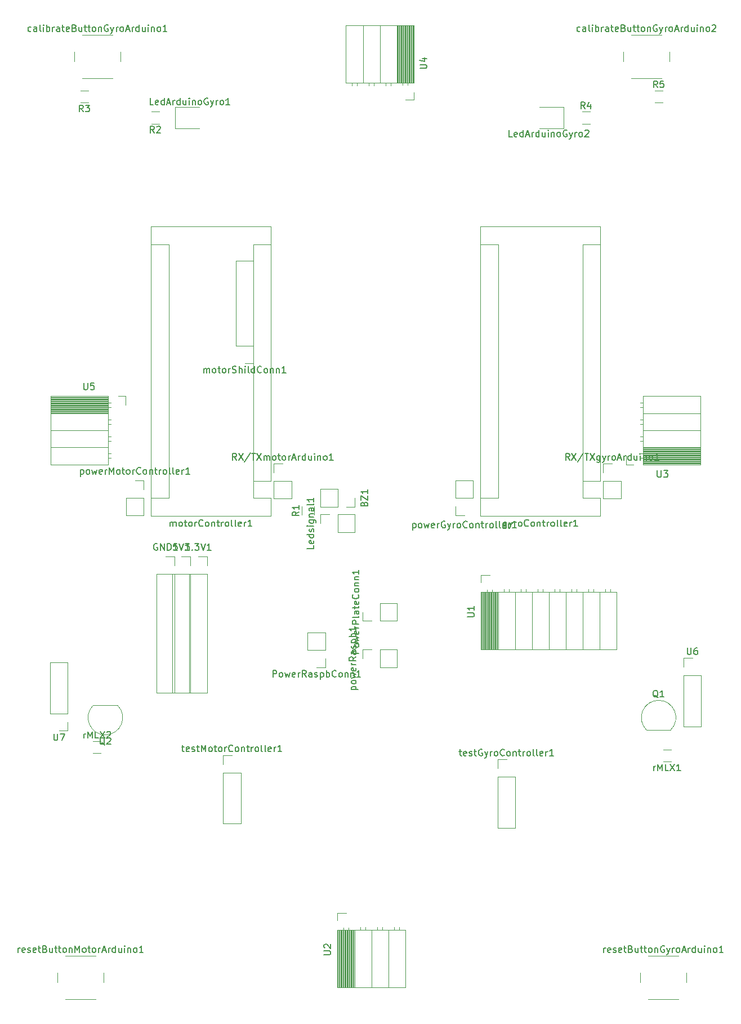
<source format=gbr>
G04 #@! TF.GenerationSoftware,KiCad,Pcbnew,5.1.5-52549c5~84~ubuntu18.04.1*
G04 #@! TF.CreationDate,2019-12-30T18:31:59+07:00*
G04 #@! TF.ProjectId,plate,706c6174-652e-46b6-9963-61645f706362,rev?*
G04 #@! TF.SameCoordinates,Original*
G04 #@! TF.FileFunction,Legend,Top*
G04 #@! TF.FilePolarity,Positive*
%FSLAX46Y46*%
G04 Gerber Fmt 4.6, Leading zero omitted, Abs format (unit mm)*
G04 Created by KiCad (PCBNEW 5.1.5-52549c5~84~ubuntu18.04.1) date 2019-12-30 18:31:59*
%MOMM*%
%LPD*%
G04 APERTURE LIST*
%ADD10C,0.120000*%
%ADD11C,0.150000*%
G04 APERTURE END LIST*
D10*
X41970000Y-132775000D02*
X40640000Y-132775000D01*
X41970000Y-131445000D02*
X41970000Y-132775000D01*
X41970000Y-130175000D02*
X39310000Y-130175000D01*
X39310000Y-130175000D02*
X39310000Y-122495000D01*
X41970000Y-130175000D02*
X41970000Y-122495000D01*
X41970000Y-122495000D02*
X39310000Y-122495000D01*
X134560000Y-121860000D02*
X135890000Y-121860000D01*
X134560000Y-123190000D02*
X134560000Y-121860000D01*
X134560000Y-124460000D02*
X137220000Y-124460000D01*
X137220000Y-124460000D02*
X137220000Y-132140000D01*
X134560000Y-124460000D02*
X134560000Y-132140000D01*
X134560000Y-132140000D02*
X137220000Y-132140000D01*
X49530000Y-82490000D02*
X50640000Y-82490000D01*
X50640000Y-82490000D02*
X50640000Y-83820000D01*
X39440000Y-82490000D02*
X39440000Y-92770000D01*
X39440000Y-92770000D02*
X48070000Y-92770000D01*
X48070000Y-82490000D02*
X48070000Y-92770000D01*
X39440000Y-82490000D02*
X48070000Y-82490000D01*
X39440000Y-90170000D02*
X48070000Y-90170000D01*
X39440000Y-87630000D02*
X48070000Y-87630000D01*
X39440000Y-85090000D02*
X48070000Y-85090000D01*
X48070000Y-91800000D02*
X48480000Y-91800000D01*
X48070000Y-91080000D02*
X48480000Y-91080000D01*
X48070000Y-89260000D02*
X48480000Y-89260000D01*
X48070000Y-88540000D02*
X48480000Y-88540000D01*
X48070000Y-86720000D02*
X48480000Y-86720000D01*
X48070000Y-86000000D02*
X48480000Y-86000000D01*
X48070000Y-84180000D02*
X48420000Y-84180000D01*
X48070000Y-83460000D02*
X48420000Y-83460000D01*
X39440000Y-84971900D02*
X48070000Y-84971900D01*
X39440000Y-84853805D02*
X48070000Y-84853805D01*
X39440000Y-84735710D02*
X48070000Y-84735710D01*
X39440000Y-84617615D02*
X48070000Y-84617615D01*
X39440000Y-84499520D02*
X48070000Y-84499520D01*
X39440000Y-84381425D02*
X48070000Y-84381425D01*
X39440000Y-84263330D02*
X48070000Y-84263330D01*
X39440000Y-84145235D02*
X48070000Y-84145235D01*
X39440000Y-84027140D02*
X48070000Y-84027140D01*
X39440000Y-83909045D02*
X48070000Y-83909045D01*
X39440000Y-83790950D02*
X48070000Y-83790950D01*
X39440000Y-83672855D02*
X48070000Y-83672855D01*
X39440000Y-83554760D02*
X48070000Y-83554760D01*
X39440000Y-83436665D02*
X48070000Y-83436665D01*
X39440000Y-83318570D02*
X48070000Y-83318570D01*
X39440000Y-83200475D02*
X48070000Y-83200475D01*
X39440000Y-83082380D02*
X48070000Y-83082380D01*
X39440000Y-82964285D02*
X48070000Y-82964285D01*
X39440000Y-82846190D02*
X48070000Y-82846190D01*
X39440000Y-82728095D02*
X48070000Y-82728095D01*
X39440000Y-82610000D02*
X48070000Y-82610000D01*
X94040000Y-36830000D02*
X94040000Y-37940000D01*
X94040000Y-37940000D02*
X92710000Y-37940000D01*
X94040000Y-26740000D02*
X83760000Y-26740000D01*
X83760000Y-26740000D02*
X83760000Y-35370000D01*
X94040000Y-35370000D02*
X83760000Y-35370000D01*
X94040000Y-26740000D02*
X94040000Y-35370000D01*
X86360000Y-26740000D02*
X86360000Y-35370000D01*
X88900000Y-26740000D02*
X88900000Y-35370000D01*
X91440000Y-26740000D02*
X91440000Y-35370000D01*
X84730000Y-35370000D02*
X84730000Y-35780000D01*
X85450000Y-35370000D02*
X85450000Y-35780000D01*
X87270000Y-35370000D02*
X87270000Y-35780000D01*
X87990000Y-35370000D02*
X87990000Y-35780000D01*
X89810000Y-35370000D02*
X89810000Y-35780000D01*
X90530000Y-35370000D02*
X90530000Y-35780000D01*
X92350000Y-35370000D02*
X92350000Y-35720000D01*
X93070000Y-35370000D02*
X93070000Y-35720000D01*
X91558100Y-26740000D02*
X91558100Y-35370000D01*
X91676195Y-26740000D02*
X91676195Y-35370000D01*
X91794290Y-26740000D02*
X91794290Y-35370000D01*
X91912385Y-26740000D02*
X91912385Y-35370000D01*
X92030480Y-26740000D02*
X92030480Y-35370000D01*
X92148575Y-26740000D02*
X92148575Y-35370000D01*
X92266670Y-26740000D02*
X92266670Y-35370000D01*
X92384765Y-26740000D02*
X92384765Y-35370000D01*
X92502860Y-26740000D02*
X92502860Y-35370000D01*
X92620955Y-26740000D02*
X92620955Y-35370000D01*
X92739050Y-26740000D02*
X92739050Y-35370000D01*
X92857145Y-26740000D02*
X92857145Y-35370000D01*
X92975240Y-26740000D02*
X92975240Y-35370000D01*
X93093335Y-26740000D02*
X93093335Y-35370000D01*
X93211430Y-26740000D02*
X93211430Y-35370000D01*
X93329525Y-26740000D02*
X93329525Y-35370000D01*
X93447620Y-26740000D02*
X93447620Y-35370000D01*
X93565715Y-26740000D02*
X93565715Y-35370000D01*
X93683810Y-26740000D02*
X93683810Y-35370000D01*
X93801905Y-26740000D02*
X93801905Y-35370000D01*
X93920000Y-26740000D02*
X93920000Y-35370000D01*
X127000000Y-92770000D02*
X125890000Y-92770000D01*
X125890000Y-92770000D02*
X125890000Y-91440000D01*
X137090000Y-92770000D02*
X137090000Y-82490000D01*
X137090000Y-82490000D02*
X128460000Y-82490000D01*
X128460000Y-92770000D02*
X128460000Y-82490000D01*
X137090000Y-92770000D02*
X128460000Y-92770000D01*
X137090000Y-85090000D02*
X128460000Y-85090000D01*
X137090000Y-87630000D02*
X128460000Y-87630000D01*
X137090000Y-90170000D02*
X128460000Y-90170000D01*
X128460000Y-83460000D02*
X128050000Y-83460000D01*
X128460000Y-84180000D02*
X128050000Y-84180000D01*
X128460000Y-86000000D02*
X128050000Y-86000000D01*
X128460000Y-86720000D02*
X128050000Y-86720000D01*
X128460000Y-88540000D02*
X128050000Y-88540000D01*
X128460000Y-89260000D02*
X128050000Y-89260000D01*
X128460000Y-91080000D02*
X128110000Y-91080000D01*
X128460000Y-91800000D02*
X128110000Y-91800000D01*
X137090000Y-90288100D02*
X128460000Y-90288100D01*
X137090000Y-90406195D02*
X128460000Y-90406195D01*
X137090000Y-90524290D02*
X128460000Y-90524290D01*
X137090000Y-90642385D02*
X128460000Y-90642385D01*
X137090000Y-90760480D02*
X128460000Y-90760480D01*
X137090000Y-90878575D02*
X128460000Y-90878575D01*
X137090000Y-90996670D02*
X128460000Y-90996670D01*
X137090000Y-91114765D02*
X128460000Y-91114765D01*
X137090000Y-91232860D02*
X128460000Y-91232860D01*
X137090000Y-91350955D02*
X128460000Y-91350955D01*
X137090000Y-91469050D02*
X128460000Y-91469050D01*
X137090000Y-91587145D02*
X128460000Y-91587145D01*
X137090000Y-91705240D02*
X128460000Y-91705240D01*
X137090000Y-91823335D02*
X128460000Y-91823335D01*
X137090000Y-91941430D02*
X128460000Y-91941430D01*
X137090000Y-92059525D02*
X128460000Y-92059525D01*
X137090000Y-92177620D02*
X128460000Y-92177620D01*
X137090000Y-92295715D02*
X128460000Y-92295715D01*
X137090000Y-92413810D02*
X128460000Y-92413810D01*
X137090000Y-92531905D02*
X128460000Y-92531905D01*
X137090000Y-92650000D02*
X128460000Y-92650000D01*
X82490000Y-161290000D02*
X82490000Y-160180000D01*
X82490000Y-160180000D02*
X83820000Y-160180000D01*
X82490000Y-171380000D02*
X92770000Y-171380000D01*
X92770000Y-171380000D02*
X92770000Y-162750000D01*
X82490000Y-162750000D02*
X92770000Y-162750000D01*
X82490000Y-171380000D02*
X82490000Y-162750000D01*
X90170000Y-171380000D02*
X90170000Y-162750000D01*
X87630000Y-171380000D02*
X87630000Y-162750000D01*
X85090000Y-171380000D02*
X85090000Y-162750000D01*
X91800000Y-162750000D02*
X91800000Y-162340000D01*
X91080000Y-162750000D02*
X91080000Y-162340000D01*
X89260000Y-162750000D02*
X89260000Y-162340000D01*
X88540000Y-162750000D02*
X88540000Y-162340000D01*
X86720000Y-162750000D02*
X86720000Y-162340000D01*
X86000000Y-162750000D02*
X86000000Y-162340000D01*
X84180000Y-162750000D02*
X84180000Y-162400000D01*
X83460000Y-162750000D02*
X83460000Y-162400000D01*
X84971900Y-171380000D02*
X84971900Y-162750000D01*
X84853805Y-171380000D02*
X84853805Y-162750000D01*
X84735710Y-171380000D02*
X84735710Y-162750000D01*
X84617615Y-171380000D02*
X84617615Y-162750000D01*
X84499520Y-171380000D02*
X84499520Y-162750000D01*
X84381425Y-171380000D02*
X84381425Y-162750000D01*
X84263330Y-171380000D02*
X84263330Y-162750000D01*
X84145235Y-171380000D02*
X84145235Y-162750000D01*
X84027140Y-171380000D02*
X84027140Y-162750000D01*
X83909045Y-171380000D02*
X83909045Y-162750000D01*
X83790950Y-171380000D02*
X83790950Y-162750000D01*
X83672855Y-171380000D02*
X83672855Y-162750000D01*
X83554760Y-171380000D02*
X83554760Y-162750000D01*
X83436665Y-171380000D02*
X83436665Y-162750000D01*
X83318570Y-171380000D02*
X83318570Y-162750000D01*
X83200475Y-171380000D02*
X83200475Y-162750000D01*
X83082380Y-171380000D02*
X83082380Y-162750000D01*
X82964285Y-171380000D02*
X82964285Y-162750000D01*
X82846190Y-171380000D02*
X82846190Y-162750000D01*
X82728095Y-171380000D02*
X82728095Y-162750000D01*
X82610000Y-171380000D02*
X82610000Y-162750000D01*
X104080000Y-110490000D02*
X104080000Y-109380000D01*
X104080000Y-109380000D02*
X105410000Y-109380000D01*
X104080000Y-120580000D02*
X124520000Y-120580000D01*
X124520000Y-120580000D02*
X124520000Y-111950000D01*
X104080000Y-111950000D02*
X124520000Y-111950000D01*
X104080000Y-120580000D02*
X104080000Y-111950000D01*
X121920000Y-120580000D02*
X121920000Y-111950000D01*
X119380000Y-120580000D02*
X119380000Y-111950000D01*
X116840000Y-120580000D02*
X116840000Y-111950000D01*
X114300000Y-120580000D02*
X114300000Y-111950000D01*
X111760000Y-120580000D02*
X111760000Y-111950000D01*
X109220000Y-120580000D02*
X109220000Y-111950000D01*
X106680000Y-120580000D02*
X106680000Y-111950000D01*
X123550000Y-111950000D02*
X123550000Y-111540000D01*
X122830000Y-111950000D02*
X122830000Y-111540000D01*
X121010000Y-111950000D02*
X121010000Y-111540000D01*
X120290000Y-111950000D02*
X120290000Y-111540000D01*
X118470000Y-111950000D02*
X118470000Y-111540000D01*
X117750000Y-111950000D02*
X117750000Y-111540000D01*
X115930000Y-111950000D02*
X115930000Y-111540000D01*
X115210000Y-111950000D02*
X115210000Y-111540000D01*
X113390000Y-111950000D02*
X113390000Y-111540000D01*
X112670000Y-111950000D02*
X112670000Y-111540000D01*
X110850000Y-111950000D02*
X110850000Y-111540000D01*
X110130000Y-111950000D02*
X110130000Y-111540000D01*
X108310000Y-111950000D02*
X108310000Y-111540000D01*
X107590000Y-111950000D02*
X107590000Y-111540000D01*
X105770000Y-111950000D02*
X105770000Y-111600000D01*
X105050000Y-111950000D02*
X105050000Y-111600000D01*
X106561900Y-120580000D02*
X106561900Y-111950000D01*
X106443805Y-120580000D02*
X106443805Y-111950000D01*
X106325710Y-120580000D02*
X106325710Y-111950000D01*
X106207615Y-120580000D02*
X106207615Y-111950000D01*
X106089520Y-120580000D02*
X106089520Y-111950000D01*
X105971425Y-120580000D02*
X105971425Y-111950000D01*
X105853330Y-120580000D02*
X105853330Y-111950000D01*
X105735235Y-120580000D02*
X105735235Y-111950000D01*
X105617140Y-120580000D02*
X105617140Y-111950000D01*
X105499045Y-120580000D02*
X105499045Y-111950000D01*
X105380950Y-120580000D02*
X105380950Y-111950000D01*
X105262855Y-120580000D02*
X105262855Y-111950000D01*
X105144760Y-120580000D02*
X105144760Y-111950000D01*
X105026665Y-120580000D02*
X105026665Y-111950000D01*
X104908570Y-120580000D02*
X104908570Y-111950000D01*
X104790475Y-120580000D02*
X104790475Y-111950000D01*
X104672380Y-120580000D02*
X104672380Y-111950000D01*
X104554285Y-120580000D02*
X104554285Y-111950000D01*
X104436190Y-120580000D02*
X104436190Y-111950000D01*
X104318095Y-120580000D02*
X104318095Y-111950000D01*
X104200000Y-120580000D02*
X104200000Y-111950000D01*
X65345000Y-136465000D02*
X66675000Y-136465000D01*
X65345000Y-137795000D02*
X65345000Y-136465000D01*
X65345000Y-139065000D02*
X68005000Y-139065000D01*
X68005000Y-139065000D02*
X68005000Y-146745000D01*
X65345000Y-139065000D02*
X65345000Y-146745000D01*
X65345000Y-146745000D02*
X68005000Y-146745000D01*
X106620000Y-137100000D02*
X107950000Y-137100000D01*
X106620000Y-138430000D02*
X106620000Y-137100000D01*
X106620000Y-139700000D02*
X109280000Y-139700000D01*
X109280000Y-139700000D02*
X109280000Y-147380000D01*
X106620000Y-139700000D02*
X106620000Y-147380000D01*
X106620000Y-147380000D02*
X109280000Y-147380000D01*
X72965000Y-92650000D02*
X74295000Y-92650000D01*
X72965000Y-93980000D02*
X72965000Y-92650000D01*
X72965000Y-95250000D02*
X75625000Y-95250000D01*
X75625000Y-95250000D02*
X75625000Y-97850000D01*
X72965000Y-95250000D02*
X72965000Y-97850000D01*
X72965000Y-97850000D02*
X75625000Y-97850000D01*
X122495000Y-92650000D02*
X123825000Y-92650000D01*
X122495000Y-93980000D02*
X122495000Y-92650000D01*
X122495000Y-95250000D02*
X125155000Y-95250000D01*
X125155000Y-95250000D02*
X125155000Y-97850000D01*
X122495000Y-95250000D02*
X122495000Y-97850000D01*
X122495000Y-97850000D02*
X125155000Y-97850000D01*
X45752936Y-136165000D02*
X46957064Y-136165000D01*
X45752936Y-134345000D02*
X46957064Y-134345000D01*
X132682064Y-135615000D02*
X131477936Y-135615000D01*
X132682064Y-137435000D02*
X131477936Y-137435000D01*
X47390000Y-170640000D02*
X47390000Y-169140000D01*
X46140000Y-166640000D02*
X41640000Y-166640000D01*
X40390000Y-169140000D02*
X40390000Y-170640000D01*
X41640000Y-173140000D02*
X46140000Y-173140000D01*
X135020000Y-170640000D02*
X135020000Y-169140000D01*
X133770000Y-166640000D02*
X129270000Y-166640000D01*
X128020000Y-169140000D02*
X128020000Y-170640000D01*
X129270000Y-173140000D02*
X133770000Y-173140000D01*
X130207936Y-38375000D02*
X131412064Y-38375000D01*
X130207936Y-36555000D02*
X131412064Y-36555000D01*
X119282936Y-41550000D02*
X120487064Y-41550000D01*
X119282936Y-39730000D02*
X120487064Y-39730000D01*
X45052064Y-36555000D02*
X43847936Y-36555000D01*
X45052064Y-38375000D02*
X43847936Y-38375000D01*
X55717064Y-39730000D02*
X54512936Y-39730000D01*
X55717064Y-41550000D02*
X54512936Y-41550000D01*
X79015000Y-100297064D02*
X79015000Y-99092936D01*
X77195000Y-100297064D02*
X77195000Y-99092936D01*
X45786522Y-128971522D02*
G75*
G03X47625000Y-133410000I1838478J-1838478D01*
G01*
X49463478Y-128971522D02*
G75*
G02X47625000Y-133410000I-1838478J-1838478D01*
G01*
X49425000Y-128960000D02*
X45825000Y-128960000D01*
X132648478Y-132648478D02*
G75*
G03X130810000Y-128210000I-1838478J1838478D01*
G01*
X128971522Y-132648478D02*
G75*
G02X130810000Y-128210000I1838478J1838478D01*
G01*
X129010000Y-132660000D02*
X132610000Y-132660000D01*
X80705000Y-123250000D02*
X79375000Y-123250000D01*
X80705000Y-121920000D02*
X80705000Y-123250000D01*
X80705000Y-120650000D02*
X78045000Y-120650000D01*
X78045000Y-120650000D02*
X78045000Y-118050000D01*
X80705000Y-120650000D02*
X80705000Y-118050000D01*
X80705000Y-118050000D02*
X78045000Y-118050000D01*
X86300000Y-121920000D02*
X86300000Y-120590000D01*
X86300000Y-120590000D02*
X87630000Y-120590000D01*
X88900000Y-120590000D02*
X91500000Y-120590000D01*
X91500000Y-123250000D02*
X91500000Y-120590000D01*
X88900000Y-123250000D02*
X91500000Y-123250000D01*
X88900000Y-123250000D02*
X88900000Y-120590000D01*
X86300000Y-116265000D02*
X86300000Y-114935000D01*
X87630000Y-116265000D02*
X86300000Y-116265000D01*
X88900000Y-116265000D02*
X88900000Y-113605000D01*
X88900000Y-113605000D02*
X91500000Y-113605000D01*
X88900000Y-116265000D02*
X91500000Y-116265000D01*
X91500000Y-116265000D02*
X91500000Y-113605000D01*
X52070000Y-95190000D02*
X53400000Y-95190000D01*
X53400000Y-95190000D02*
X53400000Y-96520000D01*
X53400000Y-97790000D02*
X53400000Y-100390000D01*
X50740000Y-100390000D02*
X53400000Y-100390000D01*
X50740000Y-97790000D02*
X50740000Y-100390000D01*
X50740000Y-97790000D02*
X53400000Y-97790000D01*
X101600000Y-100390000D02*
X100270000Y-100390000D01*
X100270000Y-100390000D02*
X100270000Y-99060000D01*
X100270000Y-97790000D02*
X100270000Y-95190000D01*
X102930000Y-95190000D02*
X100270000Y-95190000D01*
X102930000Y-97790000D02*
X102930000Y-95190000D01*
X102930000Y-97790000D02*
X100270000Y-97790000D01*
X69910000Y-77530000D02*
X68580000Y-77530000D01*
X69910000Y-76200000D02*
X69910000Y-77530000D01*
X69910000Y-74930000D02*
X67250000Y-74930000D01*
X67250000Y-74930000D02*
X67250000Y-62170000D01*
X69910000Y-74930000D02*
X69910000Y-62170000D01*
X69910000Y-62170000D02*
X67250000Y-62170000D01*
X54480000Y-100460000D02*
X72520000Y-100460000D01*
X54480000Y-57020000D02*
X54480000Y-100460000D01*
X72520000Y-57020000D02*
X54480000Y-57020000D01*
X69850000Y-59690000D02*
X72520000Y-59690000D01*
X69850000Y-95250000D02*
X69850000Y-59690000D01*
X69850000Y-95250000D02*
X72520000Y-95250000D01*
X57150000Y-59690000D02*
X54480000Y-59690000D01*
X57150000Y-97790000D02*
X57150000Y-59690000D01*
X57150000Y-97790000D02*
X54480000Y-97790000D01*
X72520000Y-100460000D02*
X72520000Y-97790000D01*
X72520000Y-95250000D02*
X72520000Y-57020000D01*
X69850000Y-97790000D02*
X72520000Y-97790000D01*
X69850000Y-95250000D02*
X69850000Y-97790000D01*
X79950000Y-101600000D02*
X79950000Y-100270000D01*
X79950000Y-100270000D02*
X81280000Y-100270000D01*
X82550000Y-100270000D02*
X85150000Y-100270000D01*
X85150000Y-102930000D02*
X85150000Y-100270000D01*
X82550000Y-102930000D02*
X85150000Y-102930000D01*
X82550000Y-102930000D02*
X82550000Y-100270000D01*
X116500000Y-42240000D02*
X116500000Y-39040000D01*
X112900000Y-39040000D02*
X116500000Y-39040000D01*
X112900000Y-42240000D02*
X116500000Y-42240000D01*
X58125000Y-39040000D02*
X58125000Y-42240000D01*
X61725000Y-42240000D02*
X58125000Y-42240000D01*
X61725000Y-39040000D02*
X58125000Y-39040000D01*
X104010000Y-100460000D02*
X122050000Y-100460000D01*
X104010000Y-57020000D02*
X104010000Y-100460000D01*
X122050000Y-57020000D02*
X104010000Y-57020000D01*
X119380000Y-59690000D02*
X122050000Y-59690000D01*
X119380000Y-95250000D02*
X119380000Y-59690000D01*
X119380000Y-95250000D02*
X122050000Y-95250000D01*
X106680000Y-59690000D02*
X104010000Y-59690000D01*
X106680000Y-97790000D02*
X106680000Y-59690000D01*
X106680000Y-97790000D02*
X104010000Y-97790000D01*
X122050000Y-100460000D02*
X122050000Y-97790000D01*
X122050000Y-95250000D02*
X122050000Y-57020000D01*
X119380000Y-97790000D02*
X122050000Y-97790000D01*
X119380000Y-95250000D02*
X119380000Y-97790000D01*
X56670000Y-106620000D02*
X58000000Y-106620000D01*
X58000000Y-106620000D02*
X58000000Y-107950000D01*
X58000000Y-109220000D02*
X58000000Y-127060000D01*
X55340000Y-127060000D02*
X58000000Y-127060000D01*
X55340000Y-109220000D02*
X55340000Y-127060000D01*
X55340000Y-109220000D02*
X58000000Y-109220000D01*
X132480000Y-32210000D02*
X132480000Y-30710000D01*
X131230000Y-28210000D02*
X126730000Y-28210000D01*
X125480000Y-30710000D02*
X125480000Y-32210000D01*
X126730000Y-34710000D02*
X131230000Y-34710000D01*
X49930000Y-32210000D02*
X49930000Y-30710000D01*
X48680000Y-28210000D02*
X44180000Y-28210000D01*
X42930000Y-30710000D02*
X42930000Y-32210000D01*
X44180000Y-34710000D02*
X48680000Y-34710000D01*
X85150000Y-97790000D02*
X85150000Y-99120000D01*
X85150000Y-99120000D02*
X83820000Y-99120000D01*
X82550000Y-99120000D02*
X79950000Y-99120000D01*
X79950000Y-96460000D02*
X79950000Y-99120000D01*
X82550000Y-96460000D02*
X79950000Y-96460000D01*
X82550000Y-96460000D02*
X82550000Y-99120000D01*
X59055000Y-106620000D02*
X60385000Y-106620000D01*
X60385000Y-106620000D02*
X60385000Y-107950000D01*
X60385000Y-109220000D02*
X60385000Y-127060000D01*
X57725000Y-127060000D02*
X60385000Y-127060000D01*
X57725000Y-109220000D02*
X57725000Y-127060000D01*
X57725000Y-109220000D02*
X60385000Y-109220000D01*
X61595000Y-106620000D02*
X62925000Y-106620000D01*
X62925000Y-106620000D02*
X62925000Y-107950000D01*
X62925000Y-109220000D02*
X62925000Y-127060000D01*
X60265000Y-127060000D02*
X62925000Y-127060000D01*
X60265000Y-109220000D02*
X60265000Y-127060000D01*
X60265000Y-109220000D02*
X62925000Y-109220000D01*
D11*
X39878095Y-133227380D02*
X39878095Y-134036904D01*
X39925714Y-134132142D01*
X39973333Y-134179761D01*
X40068571Y-134227380D01*
X40259047Y-134227380D01*
X40354285Y-134179761D01*
X40401904Y-134132142D01*
X40449523Y-134036904D01*
X40449523Y-133227380D01*
X40830476Y-133227380D02*
X41497142Y-133227380D01*
X41068571Y-134227380D01*
X135128095Y-120312380D02*
X135128095Y-121121904D01*
X135175714Y-121217142D01*
X135223333Y-121264761D01*
X135318571Y-121312380D01*
X135509047Y-121312380D01*
X135604285Y-121264761D01*
X135651904Y-121217142D01*
X135699523Y-121121904D01*
X135699523Y-120312380D01*
X136604285Y-120312380D02*
X136413809Y-120312380D01*
X136318571Y-120360000D01*
X136270952Y-120407619D01*
X136175714Y-120550476D01*
X136128095Y-120740952D01*
X136128095Y-121121904D01*
X136175714Y-121217142D01*
X136223333Y-121264761D01*
X136318571Y-121312380D01*
X136509047Y-121312380D01*
X136604285Y-121264761D01*
X136651904Y-121217142D01*
X136699523Y-121121904D01*
X136699523Y-120883809D01*
X136651904Y-120788571D01*
X136604285Y-120740952D01*
X136509047Y-120693333D01*
X136318571Y-120693333D01*
X136223333Y-120740952D01*
X136175714Y-120788571D01*
X136128095Y-120883809D01*
X44388095Y-80502380D02*
X44388095Y-81311904D01*
X44435714Y-81407142D01*
X44483333Y-81454761D01*
X44578571Y-81502380D01*
X44769047Y-81502380D01*
X44864285Y-81454761D01*
X44911904Y-81407142D01*
X44959523Y-81311904D01*
X44959523Y-80502380D01*
X45911904Y-80502380D02*
X45435714Y-80502380D01*
X45388095Y-80978571D01*
X45435714Y-80930952D01*
X45530952Y-80883333D01*
X45769047Y-80883333D01*
X45864285Y-80930952D01*
X45911904Y-80978571D01*
X45959523Y-81073809D01*
X45959523Y-81311904D01*
X45911904Y-81407142D01*
X45864285Y-81454761D01*
X45769047Y-81502380D01*
X45530952Y-81502380D01*
X45435714Y-81454761D01*
X45388095Y-81407142D01*
X94932380Y-33211904D02*
X95741904Y-33211904D01*
X95837142Y-33164285D01*
X95884761Y-33116666D01*
X95932380Y-33021428D01*
X95932380Y-32830952D01*
X95884761Y-32735714D01*
X95837142Y-32688095D01*
X95741904Y-32640476D01*
X94932380Y-32640476D01*
X95265714Y-31735714D02*
X95932380Y-31735714D01*
X94884761Y-31973809D02*
X95599047Y-32211904D01*
X95599047Y-31592857D01*
X130618095Y-93662380D02*
X130618095Y-94471904D01*
X130665714Y-94567142D01*
X130713333Y-94614761D01*
X130808571Y-94662380D01*
X130999047Y-94662380D01*
X131094285Y-94614761D01*
X131141904Y-94567142D01*
X131189523Y-94471904D01*
X131189523Y-93662380D01*
X131570476Y-93662380D02*
X132189523Y-93662380D01*
X131856190Y-94043333D01*
X131999047Y-94043333D01*
X132094285Y-94090952D01*
X132141904Y-94138571D01*
X132189523Y-94233809D01*
X132189523Y-94471904D01*
X132141904Y-94567142D01*
X132094285Y-94614761D01*
X131999047Y-94662380D01*
X131713333Y-94662380D01*
X131618095Y-94614761D01*
X131570476Y-94567142D01*
X80502380Y-166431904D02*
X81311904Y-166431904D01*
X81407142Y-166384285D01*
X81454761Y-166336666D01*
X81502380Y-166241428D01*
X81502380Y-166050952D01*
X81454761Y-165955714D01*
X81407142Y-165908095D01*
X81311904Y-165860476D01*
X80502380Y-165860476D01*
X80597619Y-165431904D02*
X80550000Y-165384285D01*
X80502380Y-165289047D01*
X80502380Y-165050952D01*
X80550000Y-164955714D01*
X80597619Y-164908095D01*
X80692857Y-164860476D01*
X80788095Y-164860476D01*
X80930952Y-164908095D01*
X81502380Y-165479523D01*
X81502380Y-164860476D01*
X102092380Y-115631904D02*
X102901904Y-115631904D01*
X102997142Y-115584285D01*
X103044761Y-115536666D01*
X103092380Y-115441428D01*
X103092380Y-115250952D01*
X103044761Y-115155714D01*
X102997142Y-115108095D01*
X102901904Y-115060476D01*
X102092380Y-115060476D01*
X103092380Y-114060476D02*
X103092380Y-114631904D01*
X103092380Y-114346190D02*
X102092380Y-114346190D01*
X102235238Y-114441428D01*
X102330476Y-114536666D01*
X102378095Y-114631904D01*
X59103571Y-135250714D02*
X59484523Y-135250714D01*
X59246428Y-134917380D02*
X59246428Y-135774523D01*
X59294047Y-135869761D01*
X59389285Y-135917380D01*
X59484523Y-135917380D01*
X60198809Y-135869761D02*
X60103571Y-135917380D01*
X59913095Y-135917380D01*
X59817857Y-135869761D01*
X59770238Y-135774523D01*
X59770238Y-135393571D01*
X59817857Y-135298333D01*
X59913095Y-135250714D01*
X60103571Y-135250714D01*
X60198809Y-135298333D01*
X60246428Y-135393571D01*
X60246428Y-135488809D01*
X59770238Y-135584047D01*
X60627380Y-135869761D02*
X60722619Y-135917380D01*
X60913095Y-135917380D01*
X61008333Y-135869761D01*
X61055952Y-135774523D01*
X61055952Y-135726904D01*
X61008333Y-135631666D01*
X60913095Y-135584047D01*
X60770238Y-135584047D01*
X60675000Y-135536428D01*
X60627380Y-135441190D01*
X60627380Y-135393571D01*
X60675000Y-135298333D01*
X60770238Y-135250714D01*
X60913095Y-135250714D01*
X61008333Y-135298333D01*
X61341666Y-135250714D02*
X61722619Y-135250714D01*
X61484523Y-134917380D02*
X61484523Y-135774523D01*
X61532142Y-135869761D01*
X61627380Y-135917380D01*
X61722619Y-135917380D01*
X62055952Y-135917380D02*
X62055952Y-134917380D01*
X62389285Y-135631666D01*
X62722619Y-134917380D01*
X62722619Y-135917380D01*
X63341666Y-135917380D02*
X63246428Y-135869761D01*
X63198809Y-135822142D01*
X63151190Y-135726904D01*
X63151190Y-135441190D01*
X63198809Y-135345952D01*
X63246428Y-135298333D01*
X63341666Y-135250714D01*
X63484523Y-135250714D01*
X63579761Y-135298333D01*
X63627380Y-135345952D01*
X63675000Y-135441190D01*
X63675000Y-135726904D01*
X63627380Y-135822142D01*
X63579761Y-135869761D01*
X63484523Y-135917380D01*
X63341666Y-135917380D01*
X63960714Y-135250714D02*
X64341666Y-135250714D01*
X64103571Y-134917380D02*
X64103571Y-135774523D01*
X64151190Y-135869761D01*
X64246428Y-135917380D01*
X64341666Y-135917380D01*
X64817857Y-135917380D02*
X64722619Y-135869761D01*
X64675000Y-135822142D01*
X64627380Y-135726904D01*
X64627380Y-135441190D01*
X64675000Y-135345952D01*
X64722619Y-135298333D01*
X64817857Y-135250714D01*
X64960714Y-135250714D01*
X65055952Y-135298333D01*
X65103571Y-135345952D01*
X65151190Y-135441190D01*
X65151190Y-135726904D01*
X65103571Y-135822142D01*
X65055952Y-135869761D01*
X64960714Y-135917380D01*
X64817857Y-135917380D01*
X65579761Y-135917380D02*
X65579761Y-135250714D01*
X65579761Y-135441190D02*
X65627380Y-135345952D01*
X65675000Y-135298333D01*
X65770238Y-135250714D01*
X65865476Y-135250714D01*
X66770238Y-135822142D02*
X66722619Y-135869761D01*
X66579761Y-135917380D01*
X66484523Y-135917380D01*
X66341666Y-135869761D01*
X66246428Y-135774523D01*
X66198809Y-135679285D01*
X66151190Y-135488809D01*
X66151190Y-135345952D01*
X66198809Y-135155476D01*
X66246428Y-135060238D01*
X66341666Y-134965000D01*
X66484523Y-134917380D01*
X66579761Y-134917380D01*
X66722619Y-134965000D01*
X66770238Y-135012619D01*
X67341666Y-135917380D02*
X67246428Y-135869761D01*
X67198809Y-135822142D01*
X67151190Y-135726904D01*
X67151190Y-135441190D01*
X67198809Y-135345952D01*
X67246428Y-135298333D01*
X67341666Y-135250714D01*
X67484523Y-135250714D01*
X67579761Y-135298333D01*
X67627380Y-135345952D01*
X67675000Y-135441190D01*
X67675000Y-135726904D01*
X67627380Y-135822142D01*
X67579761Y-135869761D01*
X67484523Y-135917380D01*
X67341666Y-135917380D01*
X68103571Y-135250714D02*
X68103571Y-135917380D01*
X68103571Y-135345952D02*
X68151190Y-135298333D01*
X68246428Y-135250714D01*
X68389285Y-135250714D01*
X68484523Y-135298333D01*
X68532142Y-135393571D01*
X68532142Y-135917380D01*
X68865476Y-135250714D02*
X69246428Y-135250714D01*
X69008333Y-134917380D02*
X69008333Y-135774523D01*
X69055952Y-135869761D01*
X69151190Y-135917380D01*
X69246428Y-135917380D01*
X69579761Y-135917380D02*
X69579761Y-135250714D01*
X69579761Y-135441190D02*
X69627380Y-135345952D01*
X69675000Y-135298333D01*
X69770238Y-135250714D01*
X69865476Y-135250714D01*
X70341666Y-135917380D02*
X70246428Y-135869761D01*
X70198809Y-135822142D01*
X70151190Y-135726904D01*
X70151190Y-135441190D01*
X70198809Y-135345952D01*
X70246428Y-135298333D01*
X70341666Y-135250714D01*
X70484523Y-135250714D01*
X70579761Y-135298333D01*
X70627380Y-135345952D01*
X70675000Y-135441190D01*
X70675000Y-135726904D01*
X70627380Y-135822142D01*
X70579761Y-135869761D01*
X70484523Y-135917380D01*
X70341666Y-135917380D01*
X71246428Y-135917380D02*
X71151190Y-135869761D01*
X71103571Y-135774523D01*
X71103571Y-134917380D01*
X71770238Y-135917380D02*
X71675000Y-135869761D01*
X71627380Y-135774523D01*
X71627380Y-134917380D01*
X72532142Y-135869761D02*
X72436904Y-135917380D01*
X72246428Y-135917380D01*
X72151190Y-135869761D01*
X72103571Y-135774523D01*
X72103571Y-135393571D01*
X72151190Y-135298333D01*
X72246428Y-135250714D01*
X72436904Y-135250714D01*
X72532142Y-135298333D01*
X72579761Y-135393571D01*
X72579761Y-135488809D01*
X72103571Y-135584047D01*
X73008333Y-135917380D02*
X73008333Y-135250714D01*
X73008333Y-135441190D02*
X73055952Y-135345952D01*
X73103571Y-135298333D01*
X73198809Y-135250714D01*
X73294047Y-135250714D01*
X74151190Y-135917380D02*
X73579761Y-135917380D01*
X73865476Y-135917380D02*
X73865476Y-134917380D01*
X73770238Y-135060238D01*
X73675000Y-135155476D01*
X73579761Y-135203095D01*
X100807142Y-135885714D02*
X101188095Y-135885714D01*
X100950000Y-135552380D02*
X100950000Y-136409523D01*
X100997619Y-136504761D01*
X101092857Y-136552380D01*
X101188095Y-136552380D01*
X101902380Y-136504761D02*
X101807142Y-136552380D01*
X101616666Y-136552380D01*
X101521428Y-136504761D01*
X101473809Y-136409523D01*
X101473809Y-136028571D01*
X101521428Y-135933333D01*
X101616666Y-135885714D01*
X101807142Y-135885714D01*
X101902380Y-135933333D01*
X101950000Y-136028571D01*
X101950000Y-136123809D01*
X101473809Y-136219047D01*
X102330952Y-136504761D02*
X102426190Y-136552380D01*
X102616666Y-136552380D01*
X102711904Y-136504761D01*
X102759523Y-136409523D01*
X102759523Y-136361904D01*
X102711904Y-136266666D01*
X102616666Y-136219047D01*
X102473809Y-136219047D01*
X102378571Y-136171428D01*
X102330952Y-136076190D01*
X102330952Y-136028571D01*
X102378571Y-135933333D01*
X102473809Y-135885714D01*
X102616666Y-135885714D01*
X102711904Y-135933333D01*
X103045238Y-135885714D02*
X103426190Y-135885714D01*
X103188095Y-135552380D02*
X103188095Y-136409523D01*
X103235714Y-136504761D01*
X103330952Y-136552380D01*
X103426190Y-136552380D01*
X104283333Y-135600000D02*
X104188095Y-135552380D01*
X104045238Y-135552380D01*
X103902380Y-135600000D01*
X103807142Y-135695238D01*
X103759523Y-135790476D01*
X103711904Y-135980952D01*
X103711904Y-136123809D01*
X103759523Y-136314285D01*
X103807142Y-136409523D01*
X103902380Y-136504761D01*
X104045238Y-136552380D01*
X104140476Y-136552380D01*
X104283333Y-136504761D01*
X104330952Y-136457142D01*
X104330952Y-136123809D01*
X104140476Y-136123809D01*
X104664285Y-135885714D02*
X104902380Y-136552380D01*
X105140476Y-135885714D02*
X104902380Y-136552380D01*
X104807142Y-136790476D01*
X104759523Y-136838095D01*
X104664285Y-136885714D01*
X105521428Y-136552380D02*
X105521428Y-135885714D01*
X105521428Y-136076190D02*
X105569047Y-135980952D01*
X105616666Y-135933333D01*
X105711904Y-135885714D01*
X105807142Y-135885714D01*
X106283333Y-136552380D02*
X106188095Y-136504761D01*
X106140476Y-136457142D01*
X106092857Y-136361904D01*
X106092857Y-136076190D01*
X106140476Y-135980952D01*
X106188095Y-135933333D01*
X106283333Y-135885714D01*
X106426190Y-135885714D01*
X106521428Y-135933333D01*
X106569047Y-135980952D01*
X106616666Y-136076190D01*
X106616666Y-136361904D01*
X106569047Y-136457142D01*
X106521428Y-136504761D01*
X106426190Y-136552380D01*
X106283333Y-136552380D01*
X107616666Y-136457142D02*
X107569047Y-136504761D01*
X107426190Y-136552380D01*
X107330952Y-136552380D01*
X107188095Y-136504761D01*
X107092857Y-136409523D01*
X107045238Y-136314285D01*
X106997619Y-136123809D01*
X106997619Y-135980952D01*
X107045238Y-135790476D01*
X107092857Y-135695238D01*
X107188095Y-135600000D01*
X107330952Y-135552380D01*
X107426190Y-135552380D01*
X107569047Y-135600000D01*
X107616666Y-135647619D01*
X108188095Y-136552380D02*
X108092857Y-136504761D01*
X108045238Y-136457142D01*
X107997619Y-136361904D01*
X107997619Y-136076190D01*
X108045238Y-135980952D01*
X108092857Y-135933333D01*
X108188095Y-135885714D01*
X108330952Y-135885714D01*
X108426190Y-135933333D01*
X108473809Y-135980952D01*
X108521428Y-136076190D01*
X108521428Y-136361904D01*
X108473809Y-136457142D01*
X108426190Y-136504761D01*
X108330952Y-136552380D01*
X108188095Y-136552380D01*
X108950000Y-135885714D02*
X108950000Y-136552380D01*
X108950000Y-135980952D02*
X108997619Y-135933333D01*
X109092857Y-135885714D01*
X109235714Y-135885714D01*
X109330952Y-135933333D01*
X109378571Y-136028571D01*
X109378571Y-136552380D01*
X109711904Y-135885714D02*
X110092857Y-135885714D01*
X109854761Y-135552380D02*
X109854761Y-136409523D01*
X109902380Y-136504761D01*
X109997619Y-136552380D01*
X110092857Y-136552380D01*
X110426190Y-136552380D02*
X110426190Y-135885714D01*
X110426190Y-136076190D02*
X110473809Y-135980952D01*
X110521428Y-135933333D01*
X110616666Y-135885714D01*
X110711904Y-135885714D01*
X111188095Y-136552380D02*
X111092857Y-136504761D01*
X111045238Y-136457142D01*
X110997619Y-136361904D01*
X110997619Y-136076190D01*
X111045238Y-135980952D01*
X111092857Y-135933333D01*
X111188095Y-135885714D01*
X111330952Y-135885714D01*
X111426190Y-135933333D01*
X111473809Y-135980952D01*
X111521428Y-136076190D01*
X111521428Y-136361904D01*
X111473809Y-136457142D01*
X111426190Y-136504761D01*
X111330952Y-136552380D01*
X111188095Y-136552380D01*
X112092857Y-136552380D02*
X111997619Y-136504761D01*
X111950000Y-136409523D01*
X111950000Y-135552380D01*
X112616666Y-136552380D02*
X112521428Y-136504761D01*
X112473809Y-136409523D01*
X112473809Y-135552380D01*
X113378571Y-136504761D02*
X113283333Y-136552380D01*
X113092857Y-136552380D01*
X112997619Y-136504761D01*
X112950000Y-136409523D01*
X112950000Y-136028571D01*
X112997619Y-135933333D01*
X113092857Y-135885714D01*
X113283333Y-135885714D01*
X113378571Y-135933333D01*
X113426190Y-136028571D01*
X113426190Y-136123809D01*
X112950000Y-136219047D01*
X113854761Y-136552380D02*
X113854761Y-135885714D01*
X113854761Y-136076190D02*
X113902380Y-135980952D01*
X113950000Y-135933333D01*
X114045238Y-135885714D01*
X114140476Y-135885714D01*
X114997619Y-136552380D02*
X114426190Y-136552380D01*
X114711904Y-136552380D02*
X114711904Y-135552380D01*
X114616666Y-135695238D01*
X114521428Y-135790476D01*
X114426190Y-135838095D01*
X67318809Y-92102380D02*
X66985476Y-91626190D01*
X66747380Y-92102380D02*
X66747380Y-91102380D01*
X67128333Y-91102380D01*
X67223571Y-91150000D01*
X67271190Y-91197619D01*
X67318809Y-91292857D01*
X67318809Y-91435714D01*
X67271190Y-91530952D01*
X67223571Y-91578571D01*
X67128333Y-91626190D01*
X66747380Y-91626190D01*
X67652142Y-91102380D02*
X68318809Y-92102380D01*
X68318809Y-91102380D02*
X67652142Y-92102380D01*
X69414047Y-91054761D02*
X68556904Y-92340476D01*
X69604523Y-91102380D02*
X70175952Y-91102380D01*
X69890238Y-92102380D02*
X69890238Y-91102380D01*
X70414047Y-91102380D02*
X71080714Y-92102380D01*
X71080714Y-91102380D02*
X70414047Y-92102380D01*
X71461666Y-92102380D02*
X71461666Y-91435714D01*
X71461666Y-91530952D02*
X71509285Y-91483333D01*
X71604523Y-91435714D01*
X71747380Y-91435714D01*
X71842619Y-91483333D01*
X71890238Y-91578571D01*
X71890238Y-92102380D01*
X71890238Y-91578571D02*
X71937857Y-91483333D01*
X72033095Y-91435714D01*
X72175952Y-91435714D01*
X72271190Y-91483333D01*
X72318809Y-91578571D01*
X72318809Y-92102380D01*
X72937857Y-92102380D02*
X72842619Y-92054761D01*
X72795000Y-92007142D01*
X72747380Y-91911904D01*
X72747380Y-91626190D01*
X72795000Y-91530952D01*
X72842619Y-91483333D01*
X72937857Y-91435714D01*
X73080714Y-91435714D01*
X73175952Y-91483333D01*
X73223571Y-91530952D01*
X73271190Y-91626190D01*
X73271190Y-91911904D01*
X73223571Y-92007142D01*
X73175952Y-92054761D01*
X73080714Y-92102380D01*
X72937857Y-92102380D01*
X73556904Y-91435714D02*
X73937857Y-91435714D01*
X73699761Y-91102380D02*
X73699761Y-91959523D01*
X73747380Y-92054761D01*
X73842619Y-92102380D01*
X73937857Y-92102380D01*
X74414047Y-92102380D02*
X74318809Y-92054761D01*
X74271190Y-92007142D01*
X74223571Y-91911904D01*
X74223571Y-91626190D01*
X74271190Y-91530952D01*
X74318809Y-91483333D01*
X74414047Y-91435714D01*
X74556904Y-91435714D01*
X74652142Y-91483333D01*
X74699761Y-91530952D01*
X74747380Y-91626190D01*
X74747380Y-91911904D01*
X74699761Y-92007142D01*
X74652142Y-92054761D01*
X74556904Y-92102380D01*
X74414047Y-92102380D01*
X75175952Y-92102380D02*
X75175952Y-91435714D01*
X75175952Y-91626190D02*
X75223571Y-91530952D01*
X75271190Y-91483333D01*
X75366428Y-91435714D01*
X75461666Y-91435714D01*
X75747380Y-91816666D02*
X76223571Y-91816666D01*
X75652142Y-92102380D02*
X75985476Y-91102380D01*
X76318809Y-92102380D01*
X76652142Y-92102380D02*
X76652142Y-91435714D01*
X76652142Y-91626190D02*
X76699761Y-91530952D01*
X76747380Y-91483333D01*
X76842619Y-91435714D01*
X76937857Y-91435714D01*
X77699761Y-92102380D02*
X77699761Y-91102380D01*
X77699761Y-92054761D02*
X77604523Y-92102380D01*
X77414047Y-92102380D01*
X77318809Y-92054761D01*
X77271190Y-92007142D01*
X77223571Y-91911904D01*
X77223571Y-91626190D01*
X77271190Y-91530952D01*
X77318809Y-91483333D01*
X77414047Y-91435714D01*
X77604523Y-91435714D01*
X77699761Y-91483333D01*
X78604523Y-91435714D02*
X78604523Y-92102380D01*
X78175952Y-91435714D02*
X78175952Y-91959523D01*
X78223571Y-92054761D01*
X78318809Y-92102380D01*
X78461666Y-92102380D01*
X78556904Y-92054761D01*
X78604523Y-92007142D01*
X79080714Y-92102380D02*
X79080714Y-91435714D01*
X79080714Y-91102380D02*
X79033095Y-91150000D01*
X79080714Y-91197619D01*
X79128333Y-91150000D01*
X79080714Y-91102380D01*
X79080714Y-91197619D01*
X79556904Y-91435714D02*
X79556904Y-92102380D01*
X79556904Y-91530952D02*
X79604523Y-91483333D01*
X79699761Y-91435714D01*
X79842619Y-91435714D01*
X79937857Y-91483333D01*
X79985476Y-91578571D01*
X79985476Y-92102380D01*
X80604523Y-92102380D02*
X80509285Y-92054761D01*
X80461666Y-92007142D01*
X80414047Y-91911904D01*
X80414047Y-91626190D01*
X80461666Y-91530952D01*
X80509285Y-91483333D01*
X80604523Y-91435714D01*
X80747380Y-91435714D01*
X80842619Y-91483333D01*
X80890238Y-91530952D01*
X80937857Y-91626190D01*
X80937857Y-91911904D01*
X80890238Y-92007142D01*
X80842619Y-92054761D01*
X80747380Y-92102380D01*
X80604523Y-92102380D01*
X81890238Y-92102380D02*
X81318809Y-92102380D01*
X81604523Y-92102380D02*
X81604523Y-91102380D01*
X81509285Y-91245238D01*
X81414047Y-91340476D01*
X81318809Y-91388095D01*
X117420238Y-92102380D02*
X117086904Y-91626190D01*
X116848809Y-92102380D02*
X116848809Y-91102380D01*
X117229761Y-91102380D01*
X117325000Y-91150000D01*
X117372619Y-91197619D01*
X117420238Y-91292857D01*
X117420238Y-91435714D01*
X117372619Y-91530952D01*
X117325000Y-91578571D01*
X117229761Y-91626190D01*
X116848809Y-91626190D01*
X117753571Y-91102380D02*
X118420238Y-92102380D01*
X118420238Y-91102380D02*
X117753571Y-92102380D01*
X119515476Y-91054761D02*
X118658333Y-92340476D01*
X119705952Y-91102380D02*
X120277380Y-91102380D01*
X119991666Y-92102380D02*
X119991666Y-91102380D01*
X120515476Y-91102380D02*
X121182142Y-92102380D01*
X121182142Y-91102380D02*
X120515476Y-92102380D01*
X121991666Y-91435714D02*
X121991666Y-92245238D01*
X121944047Y-92340476D01*
X121896428Y-92388095D01*
X121801190Y-92435714D01*
X121658333Y-92435714D01*
X121563095Y-92388095D01*
X121991666Y-92054761D02*
X121896428Y-92102380D01*
X121705952Y-92102380D01*
X121610714Y-92054761D01*
X121563095Y-92007142D01*
X121515476Y-91911904D01*
X121515476Y-91626190D01*
X121563095Y-91530952D01*
X121610714Y-91483333D01*
X121705952Y-91435714D01*
X121896428Y-91435714D01*
X121991666Y-91483333D01*
X122372619Y-91435714D02*
X122610714Y-92102380D01*
X122848809Y-91435714D02*
X122610714Y-92102380D01*
X122515476Y-92340476D01*
X122467857Y-92388095D01*
X122372619Y-92435714D01*
X123229761Y-92102380D02*
X123229761Y-91435714D01*
X123229761Y-91626190D02*
X123277380Y-91530952D01*
X123325000Y-91483333D01*
X123420238Y-91435714D01*
X123515476Y-91435714D01*
X123991666Y-92102380D02*
X123896428Y-92054761D01*
X123848809Y-92007142D01*
X123801190Y-91911904D01*
X123801190Y-91626190D01*
X123848809Y-91530952D01*
X123896428Y-91483333D01*
X123991666Y-91435714D01*
X124134523Y-91435714D01*
X124229761Y-91483333D01*
X124277380Y-91530952D01*
X124325000Y-91626190D01*
X124325000Y-91911904D01*
X124277380Y-92007142D01*
X124229761Y-92054761D01*
X124134523Y-92102380D01*
X123991666Y-92102380D01*
X124705952Y-91816666D02*
X125182142Y-91816666D01*
X124610714Y-92102380D02*
X124944047Y-91102380D01*
X125277380Y-92102380D01*
X125610714Y-92102380D02*
X125610714Y-91435714D01*
X125610714Y-91626190D02*
X125658333Y-91530952D01*
X125705952Y-91483333D01*
X125801190Y-91435714D01*
X125896428Y-91435714D01*
X126658333Y-92102380D02*
X126658333Y-91102380D01*
X126658333Y-92054761D02*
X126563095Y-92102380D01*
X126372619Y-92102380D01*
X126277380Y-92054761D01*
X126229761Y-92007142D01*
X126182142Y-91911904D01*
X126182142Y-91626190D01*
X126229761Y-91530952D01*
X126277380Y-91483333D01*
X126372619Y-91435714D01*
X126563095Y-91435714D01*
X126658333Y-91483333D01*
X127563095Y-91435714D02*
X127563095Y-92102380D01*
X127134523Y-91435714D02*
X127134523Y-91959523D01*
X127182142Y-92054761D01*
X127277380Y-92102380D01*
X127420238Y-92102380D01*
X127515476Y-92054761D01*
X127563095Y-92007142D01*
X128039285Y-92102380D02*
X128039285Y-91435714D01*
X128039285Y-91102380D02*
X127991666Y-91150000D01*
X128039285Y-91197619D01*
X128086904Y-91150000D01*
X128039285Y-91102380D01*
X128039285Y-91197619D01*
X128515476Y-91435714D02*
X128515476Y-92102380D01*
X128515476Y-91530952D02*
X128563095Y-91483333D01*
X128658333Y-91435714D01*
X128801190Y-91435714D01*
X128896428Y-91483333D01*
X128944047Y-91578571D01*
X128944047Y-92102380D01*
X129563095Y-92102380D02*
X129467857Y-92054761D01*
X129420238Y-92007142D01*
X129372619Y-91911904D01*
X129372619Y-91626190D01*
X129420238Y-91530952D01*
X129467857Y-91483333D01*
X129563095Y-91435714D01*
X129705952Y-91435714D01*
X129801190Y-91483333D01*
X129848809Y-91530952D01*
X129896428Y-91626190D01*
X129896428Y-91911904D01*
X129848809Y-92007142D01*
X129801190Y-92054761D01*
X129705952Y-92102380D01*
X129563095Y-92102380D01*
X130848809Y-92102380D02*
X130277380Y-92102380D01*
X130563095Y-92102380D02*
X130563095Y-91102380D01*
X130467857Y-91245238D01*
X130372619Y-91340476D01*
X130277380Y-91388095D01*
X44355000Y-133887380D02*
X44355000Y-133220714D01*
X44355000Y-133411190D02*
X44402619Y-133315952D01*
X44450238Y-133268333D01*
X44545476Y-133220714D01*
X44640714Y-133220714D01*
X44974047Y-133887380D02*
X44974047Y-132887380D01*
X45307380Y-133601666D01*
X45640714Y-132887380D01*
X45640714Y-133887380D01*
X46593095Y-133887380D02*
X46116904Y-133887380D01*
X46116904Y-132887380D01*
X46831190Y-132887380D02*
X47497857Y-133887380D01*
X47497857Y-132887380D02*
X46831190Y-133887380D01*
X47831190Y-132982619D02*
X47878809Y-132935000D01*
X47974047Y-132887380D01*
X48212142Y-132887380D01*
X48307380Y-132935000D01*
X48355000Y-132982619D01*
X48402619Y-133077857D01*
X48402619Y-133173095D01*
X48355000Y-133315952D01*
X47783571Y-133887380D01*
X48402619Y-133887380D01*
X130080000Y-138797380D02*
X130080000Y-138130714D01*
X130080000Y-138321190D02*
X130127619Y-138225952D01*
X130175238Y-138178333D01*
X130270476Y-138130714D01*
X130365714Y-138130714D01*
X130699047Y-138797380D02*
X130699047Y-137797380D01*
X131032380Y-138511666D01*
X131365714Y-137797380D01*
X131365714Y-138797380D01*
X132318095Y-138797380D02*
X131841904Y-138797380D01*
X131841904Y-137797380D01*
X132556190Y-137797380D02*
X133222857Y-138797380D01*
X133222857Y-137797380D02*
X132556190Y-138797380D01*
X134127619Y-138797380D02*
X133556190Y-138797380D01*
X133841904Y-138797380D02*
X133841904Y-137797380D01*
X133746666Y-137940238D01*
X133651428Y-138035476D01*
X133556190Y-138083095D01*
X34509047Y-166092380D02*
X34509047Y-165425714D01*
X34509047Y-165616190D02*
X34556666Y-165520952D01*
X34604285Y-165473333D01*
X34699523Y-165425714D01*
X34794761Y-165425714D01*
X35509047Y-166044761D02*
X35413809Y-166092380D01*
X35223333Y-166092380D01*
X35128095Y-166044761D01*
X35080476Y-165949523D01*
X35080476Y-165568571D01*
X35128095Y-165473333D01*
X35223333Y-165425714D01*
X35413809Y-165425714D01*
X35509047Y-165473333D01*
X35556666Y-165568571D01*
X35556666Y-165663809D01*
X35080476Y-165759047D01*
X35937619Y-166044761D02*
X36032857Y-166092380D01*
X36223333Y-166092380D01*
X36318571Y-166044761D01*
X36366190Y-165949523D01*
X36366190Y-165901904D01*
X36318571Y-165806666D01*
X36223333Y-165759047D01*
X36080476Y-165759047D01*
X35985238Y-165711428D01*
X35937619Y-165616190D01*
X35937619Y-165568571D01*
X35985238Y-165473333D01*
X36080476Y-165425714D01*
X36223333Y-165425714D01*
X36318571Y-165473333D01*
X37175714Y-166044761D02*
X37080476Y-166092380D01*
X36890000Y-166092380D01*
X36794761Y-166044761D01*
X36747142Y-165949523D01*
X36747142Y-165568571D01*
X36794761Y-165473333D01*
X36890000Y-165425714D01*
X37080476Y-165425714D01*
X37175714Y-165473333D01*
X37223333Y-165568571D01*
X37223333Y-165663809D01*
X36747142Y-165759047D01*
X37509047Y-165425714D02*
X37890000Y-165425714D01*
X37651904Y-165092380D02*
X37651904Y-165949523D01*
X37699523Y-166044761D01*
X37794761Y-166092380D01*
X37890000Y-166092380D01*
X38556666Y-165568571D02*
X38699523Y-165616190D01*
X38747142Y-165663809D01*
X38794761Y-165759047D01*
X38794761Y-165901904D01*
X38747142Y-165997142D01*
X38699523Y-166044761D01*
X38604285Y-166092380D01*
X38223333Y-166092380D01*
X38223333Y-165092380D01*
X38556666Y-165092380D01*
X38651904Y-165140000D01*
X38699523Y-165187619D01*
X38747142Y-165282857D01*
X38747142Y-165378095D01*
X38699523Y-165473333D01*
X38651904Y-165520952D01*
X38556666Y-165568571D01*
X38223333Y-165568571D01*
X39651904Y-165425714D02*
X39651904Y-166092380D01*
X39223333Y-165425714D02*
X39223333Y-165949523D01*
X39270952Y-166044761D01*
X39366190Y-166092380D01*
X39509047Y-166092380D01*
X39604285Y-166044761D01*
X39651904Y-165997142D01*
X39985238Y-165425714D02*
X40366190Y-165425714D01*
X40128095Y-165092380D02*
X40128095Y-165949523D01*
X40175714Y-166044761D01*
X40270952Y-166092380D01*
X40366190Y-166092380D01*
X40556666Y-165425714D02*
X40937619Y-165425714D01*
X40699523Y-165092380D02*
X40699523Y-165949523D01*
X40747142Y-166044761D01*
X40842380Y-166092380D01*
X40937619Y-166092380D01*
X41413809Y-166092380D02*
X41318571Y-166044761D01*
X41270952Y-165997142D01*
X41223333Y-165901904D01*
X41223333Y-165616190D01*
X41270952Y-165520952D01*
X41318571Y-165473333D01*
X41413809Y-165425714D01*
X41556666Y-165425714D01*
X41651904Y-165473333D01*
X41699523Y-165520952D01*
X41747142Y-165616190D01*
X41747142Y-165901904D01*
X41699523Y-165997142D01*
X41651904Y-166044761D01*
X41556666Y-166092380D01*
X41413809Y-166092380D01*
X42175714Y-165425714D02*
X42175714Y-166092380D01*
X42175714Y-165520952D02*
X42223333Y-165473333D01*
X42318571Y-165425714D01*
X42461428Y-165425714D01*
X42556666Y-165473333D01*
X42604285Y-165568571D01*
X42604285Y-166092380D01*
X43080476Y-166092380D02*
X43080476Y-165092380D01*
X43413809Y-165806666D01*
X43747142Y-165092380D01*
X43747142Y-166092380D01*
X44366190Y-166092380D02*
X44270952Y-166044761D01*
X44223333Y-165997142D01*
X44175714Y-165901904D01*
X44175714Y-165616190D01*
X44223333Y-165520952D01*
X44270952Y-165473333D01*
X44366190Y-165425714D01*
X44509047Y-165425714D01*
X44604285Y-165473333D01*
X44651904Y-165520952D01*
X44699523Y-165616190D01*
X44699523Y-165901904D01*
X44651904Y-165997142D01*
X44604285Y-166044761D01*
X44509047Y-166092380D01*
X44366190Y-166092380D01*
X44985238Y-165425714D02*
X45366190Y-165425714D01*
X45128095Y-165092380D02*
X45128095Y-165949523D01*
X45175714Y-166044761D01*
X45270952Y-166092380D01*
X45366190Y-166092380D01*
X45842380Y-166092380D02*
X45747142Y-166044761D01*
X45699523Y-165997142D01*
X45651904Y-165901904D01*
X45651904Y-165616190D01*
X45699523Y-165520952D01*
X45747142Y-165473333D01*
X45842380Y-165425714D01*
X45985238Y-165425714D01*
X46080476Y-165473333D01*
X46128095Y-165520952D01*
X46175714Y-165616190D01*
X46175714Y-165901904D01*
X46128095Y-165997142D01*
X46080476Y-166044761D01*
X45985238Y-166092380D01*
X45842380Y-166092380D01*
X46604285Y-166092380D02*
X46604285Y-165425714D01*
X46604285Y-165616190D02*
X46651904Y-165520952D01*
X46699523Y-165473333D01*
X46794761Y-165425714D01*
X46890000Y-165425714D01*
X47175714Y-165806666D02*
X47651904Y-165806666D01*
X47080476Y-166092380D02*
X47413809Y-165092380D01*
X47747142Y-166092380D01*
X48080476Y-166092380D02*
X48080476Y-165425714D01*
X48080476Y-165616190D02*
X48128095Y-165520952D01*
X48175714Y-165473333D01*
X48270952Y-165425714D01*
X48366190Y-165425714D01*
X49128095Y-166092380D02*
X49128095Y-165092380D01*
X49128095Y-166044761D02*
X49032857Y-166092380D01*
X48842380Y-166092380D01*
X48747142Y-166044761D01*
X48699523Y-165997142D01*
X48651904Y-165901904D01*
X48651904Y-165616190D01*
X48699523Y-165520952D01*
X48747142Y-165473333D01*
X48842380Y-165425714D01*
X49032857Y-165425714D01*
X49128095Y-165473333D01*
X50032857Y-165425714D02*
X50032857Y-166092380D01*
X49604285Y-165425714D02*
X49604285Y-165949523D01*
X49651904Y-166044761D01*
X49747142Y-166092380D01*
X49890000Y-166092380D01*
X49985238Y-166044761D01*
X50032857Y-165997142D01*
X50509047Y-166092380D02*
X50509047Y-165425714D01*
X50509047Y-165092380D02*
X50461428Y-165140000D01*
X50509047Y-165187619D01*
X50556666Y-165140000D01*
X50509047Y-165092380D01*
X50509047Y-165187619D01*
X50985238Y-165425714D02*
X50985238Y-166092380D01*
X50985238Y-165520952D02*
X51032857Y-165473333D01*
X51128095Y-165425714D01*
X51270952Y-165425714D01*
X51366190Y-165473333D01*
X51413809Y-165568571D01*
X51413809Y-166092380D01*
X52032857Y-166092380D02*
X51937619Y-166044761D01*
X51890000Y-165997142D01*
X51842380Y-165901904D01*
X51842380Y-165616190D01*
X51890000Y-165520952D01*
X51937619Y-165473333D01*
X52032857Y-165425714D01*
X52175714Y-165425714D01*
X52270952Y-165473333D01*
X52318571Y-165520952D01*
X52366190Y-165616190D01*
X52366190Y-165901904D01*
X52318571Y-165997142D01*
X52270952Y-166044761D01*
X52175714Y-166092380D01*
X52032857Y-166092380D01*
X53318571Y-166092380D02*
X52747142Y-166092380D01*
X53032857Y-166092380D02*
X53032857Y-165092380D01*
X52937619Y-165235238D01*
X52842380Y-165330476D01*
X52747142Y-165378095D01*
X122567619Y-166092380D02*
X122567619Y-165425714D01*
X122567619Y-165616190D02*
X122615238Y-165520952D01*
X122662857Y-165473333D01*
X122758095Y-165425714D01*
X122853333Y-165425714D01*
X123567619Y-166044761D02*
X123472380Y-166092380D01*
X123281904Y-166092380D01*
X123186666Y-166044761D01*
X123139047Y-165949523D01*
X123139047Y-165568571D01*
X123186666Y-165473333D01*
X123281904Y-165425714D01*
X123472380Y-165425714D01*
X123567619Y-165473333D01*
X123615238Y-165568571D01*
X123615238Y-165663809D01*
X123139047Y-165759047D01*
X123996190Y-166044761D02*
X124091428Y-166092380D01*
X124281904Y-166092380D01*
X124377142Y-166044761D01*
X124424761Y-165949523D01*
X124424761Y-165901904D01*
X124377142Y-165806666D01*
X124281904Y-165759047D01*
X124139047Y-165759047D01*
X124043809Y-165711428D01*
X123996190Y-165616190D01*
X123996190Y-165568571D01*
X124043809Y-165473333D01*
X124139047Y-165425714D01*
X124281904Y-165425714D01*
X124377142Y-165473333D01*
X125234285Y-166044761D02*
X125139047Y-166092380D01*
X124948571Y-166092380D01*
X124853333Y-166044761D01*
X124805714Y-165949523D01*
X124805714Y-165568571D01*
X124853333Y-165473333D01*
X124948571Y-165425714D01*
X125139047Y-165425714D01*
X125234285Y-165473333D01*
X125281904Y-165568571D01*
X125281904Y-165663809D01*
X124805714Y-165759047D01*
X125567619Y-165425714D02*
X125948571Y-165425714D01*
X125710476Y-165092380D02*
X125710476Y-165949523D01*
X125758095Y-166044761D01*
X125853333Y-166092380D01*
X125948571Y-166092380D01*
X126615238Y-165568571D02*
X126758095Y-165616190D01*
X126805714Y-165663809D01*
X126853333Y-165759047D01*
X126853333Y-165901904D01*
X126805714Y-165997142D01*
X126758095Y-166044761D01*
X126662857Y-166092380D01*
X126281904Y-166092380D01*
X126281904Y-165092380D01*
X126615238Y-165092380D01*
X126710476Y-165140000D01*
X126758095Y-165187619D01*
X126805714Y-165282857D01*
X126805714Y-165378095D01*
X126758095Y-165473333D01*
X126710476Y-165520952D01*
X126615238Y-165568571D01*
X126281904Y-165568571D01*
X127710476Y-165425714D02*
X127710476Y-166092380D01*
X127281904Y-165425714D02*
X127281904Y-165949523D01*
X127329523Y-166044761D01*
X127424761Y-166092380D01*
X127567619Y-166092380D01*
X127662857Y-166044761D01*
X127710476Y-165997142D01*
X128043809Y-165425714D02*
X128424761Y-165425714D01*
X128186666Y-165092380D02*
X128186666Y-165949523D01*
X128234285Y-166044761D01*
X128329523Y-166092380D01*
X128424761Y-166092380D01*
X128615238Y-165425714D02*
X128996190Y-165425714D01*
X128758095Y-165092380D02*
X128758095Y-165949523D01*
X128805714Y-166044761D01*
X128900952Y-166092380D01*
X128996190Y-166092380D01*
X129472380Y-166092380D02*
X129377142Y-166044761D01*
X129329523Y-165997142D01*
X129281904Y-165901904D01*
X129281904Y-165616190D01*
X129329523Y-165520952D01*
X129377142Y-165473333D01*
X129472380Y-165425714D01*
X129615238Y-165425714D01*
X129710476Y-165473333D01*
X129758095Y-165520952D01*
X129805714Y-165616190D01*
X129805714Y-165901904D01*
X129758095Y-165997142D01*
X129710476Y-166044761D01*
X129615238Y-166092380D01*
X129472380Y-166092380D01*
X130234285Y-165425714D02*
X130234285Y-166092380D01*
X130234285Y-165520952D02*
X130281904Y-165473333D01*
X130377142Y-165425714D01*
X130520000Y-165425714D01*
X130615238Y-165473333D01*
X130662857Y-165568571D01*
X130662857Y-166092380D01*
X131662857Y-165140000D02*
X131567619Y-165092380D01*
X131424761Y-165092380D01*
X131281904Y-165140000D01*
X131186666Y-165235238D01*
X131139047Y-165330476D01*
X131091428Y-165520952D01*
X131091428Y-165663809D01*
X131139047Y-165854285D01*
X131186666Y-165949523D01*
X131281904Y-166044761D01*
X131424761Y-166092380D01*
X131520000Y-166092380D01*
X131662857Y-166044761D01*
X131710476Y-165997142D01*
X131710476Y-165663809D01*
X131520000Y-165663809D01*
X132043809Y-165425714D02*
X132281904Y-166092380D01*
X132520000Y-165425714D02*
X132281904Y-166092380D01*
X132186666Y-166330476D01*
X132139047Y-166378095D01*
X132043809Y-166425714D01*
X132900952Y-166092380D02*
X132900952Y-165425714D01*
X132900952Y-165616190D02*
X132948571Y-165520952D01*
X132996190Y-165473333D01*
X133091428Y-165425714D01*
X133186666Y-165425714D01*
X133662857Y-166092380D02*
X133567619Y-166044761D01*
X133520000Y-165997142D01*
X133472380Y-165901904D01*
X133472380Y-165616190D01*
X133520000Y-165520952D01*
X133567619Y-165473333D01*
X133662857Y-165425714D01*
X133805714Y-165425714D01*
X133900952Y-165473333D01*
X133948571Y-165520952D01*
X133996190Y-165616190D01*
X133996190Y-165901904D01*
X133948571Y-165997142D01*
X133900952Y-166044761D01*
X133805714Y-166092380D01*
X133662857Y-166092380D01*
X134377142Y-165806666D02*
X134853333Y-165806666D01*
X134281904Y-166092380D02*
X134615238Y-165092380D01*
X134948571Y-166092380D01*
X135281904Y-166092380D02*
X135281904Y-165425714D01*
X135281904Y-165616190D02*
X135329523Y-165520952D01*
X135377142Y-165473333D01*
X135472380Y-165425714D01*
X135567619Y-165425714D01*
X136329523Y-166092380D02*
X136329523Y-165092380D01*
X136329523Y-166044761D02*
X136234285Y-166092380D01*
X136043809Y-166092380D01*
X135948571Y-166044761D01*
X135900952Y-165997142D01*
X135853333Y-165901904D01*
X135853333Y-165616190D01*
X135900952Y-165520952D01*
X135948571Y-165473333D01*
X136043809Y-165425714D01*
X136234285Y-165425714D01*
X136329523Y-165473333D01*
X137234285Y-165425714D02*
X137234285Y-166092380D01*
X136805714Y-165425714D02*
X136805714Y-165949523D01*
X136853333Y-166044761D01*
X136948571Y-166092380D01*
X137091428Y-166092380D01*
X137186666Y-166044761D01*
X137234285Y-165997142D01*
X137710476Y-166092380D02*
X137710476Y-165425714D01*
X137710476Y-165092380D02*
X137662857Y-165140000D01*
X137710476Y-165187619D01*
X137758095Y-165140000D01*
X137710476Y-165092380D01*
X137710476Y-165187619D01*
X138186666Y-165425714D02*
X138186666Y-166092380D01*
X138186666Y-165520952D02*
X138234285Y-165473333D01*
X138329523Y-165425714D01*
X138472380Y-165425714D01*
X138567619Y-165473333D01*
X138615238Y-165568571D01*
X138615238Y-166092380D01*
X139234285Y-166092380D02*
X139139047Y-166044761D01*
X139091428Y-165997142D01*
X139043809Y-165901904D01*
X139043809Y-165616190D01*
X139091428Y-165520952D01*
X139139047Y-165473333D01*
X139234285Y-165425714D01*
X139377142Y-165425714D01*
X139472380Y-165473333D01*
X139520000Y-165520952D01*
X139567619Y-165616190D01*
X139567619Y-165901904D01*
X139520000Y-165997142D01*
X139472380Y-166044761D01*
X139377142Y-166092380D01*
X139234285Y-166092380D01*
X140520000Y-166092380D02*
X139948571Y-166092380D01*
X140234285Y-166092380D02*
X140234285Y-165092380D01*
X140139047Y-165235238D01*
X140043809Y-165330476D01*
X139948571Y-165378095D01*
X130643333Y-36097380D02*
X130310000Y-35621190D01*
X130071904Y-36097380D02*
X130071904Y-35097380D01*
X130452857Y-35097380D01*
X130548095Y-35145000D01*
X130595714Y-35192619D01*
X130643333Y-35287857D01*
X130643333Y-35430714D01*
X130595714Y-35525952D01*
X130548095Y-35573571D01*
X130452857Y-35621190D01*
X130071904Y-35621190D01*
X131548095Y-35097380D02*
X131071904Y-35097380D01*
X131024285Y-35573571D01*
X131071904Y-35525952D01*
X131167142Y-35478333D01*
X131405238Y-35478333D01*
X131500476Y-35525952D01*
X131548095Y-35573571D01*
X131595714Y-35668809D01*
X131595714Y-35906904D01*
X131548095Y-36002142D01*
X131500476Y-36049761D01*
X131405238Y-36097380D01*
X131167142Y-36097380D01*
X131071904Y-36049761D01*
X131024285Y-36002142D01*
X119718333Y-39272380D02*
X119385000Y-38796190D01*
X119146904Y-39272380D02*
X119146904Y-38272380D01*
X119527857Y-38272380D01*
X119623095Y-38320000D01*
X119670714Y-38367619D01*
X119718333Y-38462857D01*
X119718333Y-38605714D01*
X119670714Y-38700952D01*
X119623095Y-38748571D01*
X119527857Y-38796190D01*
X119146904Y-38796190D01*
X120575476Y-38605714D02*
X120575476Y-39272380D01*
X120337380Y-38224761D02*
X120099285Y-38939047D01*
X120718333Y-38939047D01*
X44283333Y-39737380D02*
X43950000Y-39261190D01*
X43711904Y-39737380D02*
X43711904Y-38737380D01*
X44092857Y-38737380D01*
X44188095Y-38785000D01*
X44235714Y-38832619D01*
X44283333Y-38927857D01*
X44283333Y-39070714D01*
X44235714Y-39165952D01*
X44188095Y-39213571D01*
X44092857Y-39261190D01*
X43711904Y-39261190D01*
X44616666Y-38737380D02*
X45235714Y-38737380D01*
X44902380Y-39118333D01*
X45045238Y-39118333D01*
X45140476Y-39165952D01*
X45188095Y-39213571D01*
X45235714Y-39308809D01*
X45235714Y-39546904D01*
X45188095Y-39642142D01*
X45140476Y-39689761D01*
X45045238Y-39737380D01*
X44759523Y-39737380D01*
X44664285Y-39689761D01*
X44616666Y-39642142D01*
X54948333Y-42912380D02*
X54615000Y-42436190D01*
X54376904Y-42912380D02*
X54376904Y-41912380D01*
X54757857Y-41912380D01*
X54853095Y-41960000D01*
X54900714Y-42007619D01*
X54948333Y-42102857D01*
X54948333Y-42245714D01*
X54900714Y-42340952D01*
X54853095Y-42388571D01*
X54757857Y-42436190D01*
X54376904Y-42436190D01*
X55329285Y-42007619D02*
X55376904Y-41960000D01*
X55472142Y-41912380D01*
X55710238Y-41912380D01*
X55805476Y-41960000D01*
X55853095Y-42007619D01*
X55900714Y-42102857D01*
X55900714Y-42198095D01*
X55853095Y-42340952D01*
X55281666Y-42912380D01*
X55900714Y-42912380D01*
X76737380Y-99861666D02*
X76261190Y-100195000D01*
X76737380Y-100433095D02*
X75737380Y-100433095D01*
X75737380Y-100052142D01*
X75785000Y-99956904D01*
X75832619Y-99909285D01*
X75927857Y-99861666D01*
X76070714Y-99861666D01*
X76165952Y-99909285D01*
X76213571Y-99956904D01*
X76261190Y-100052142D01*
X76261190Y-100433095D01*
X76737380Y-98909285D02*
X76737380Y-99480714D01*
X76737380Y-99195000D02*
X75737380Y-99195000D01*
X75880238Y-99290238D01*
X75975476Y-99385476D01*
X76023095Y-99480714D01*
X47529761Y-134917619D02*
X47434523Y-134870000D01*
X47339285Y-134774761D01*
X47196428Y-134631904D01*
X47101190Y-134584285D01*
X47005952Y-134584285D01*
X47053571Y-134822380D02*
X46958333Y-134774761D01*
X46863095Y-134679523D01*
X46815476Y-134489047D01*
X46815476Y-134155714D01*
X46863095Y-133965238D01*
X46958333Y-133870000D01*
X47053571Y-133822380D01*
X47244047Y-133822380D01*
X47339285Y-133870000D01*
X47434523Y-133965238D01*
X47482142Y-134155714D01*
X47482142Y-134489047D01*
X47434523Y-134679523D01*
X47339285Y-134774761D01*
X47244047Y-134822380D01*
X47053571Y-134822380D01*
X47863095Y-133917619D02*
X47910714Y-133870000D01*
X48005952Y-133822380D01*
X48244047Y-133822380D01*
X48339285Y-133870000D01*
X48386904Y-133917619D01*
X48434523Y-134012857D01*
X48434523Y-134108095D01*
X48386904Y-134250952D01*
X47815476Y-134822380D01*
X48434523Y-134822380D01*
X130714761Y-127797619D02*
X130619523Y-127750000D01*
X130524285Y-127654761D01*
X130381428Y-127511904D01*
X130286190Y-127464285D01*
X130190952Y-127464285D01*
X130238571Y-127702380D02*
X130143333Y-127654761D01*
X130048095Y-127559523D01*
X130000476Y-127369047D01*
X130000476Y-127035714D01*
X130048095Y-126845238D01*
X130143333Y-126750000D01*
X130238571Y-126702380D01*
X130429047Y-126702380D01*
X130524285Y-126750000D01*
X130619523Y-126845238D01*
X130667142Y-127035714D01*
X130667142Y-127369047D01*
X130619523Y-127559523D01*
X130524285Y-127654761D01*
X130429047Y-127702380D01*
X130238571Y-127702380D01*
X131619523Y-127702380D02*
X131048095Y-127702380D01*
X131333809Y-127702380D02*
X131333809Y-126702380D01*
X131238571Y-126845238D01*
X131143333Y-126940476D01*
X131048095Y-126988095D01*
X72803571Y-124702380D02*
X72803571Y-123702380D01*
X73184523Y-123702380D01*
X73279761Y-123750000D01*
X73327380Y-123797619D01*
X73375000Y-123892857D01*
X73375000Y-124035714D01*
X73327380Y-124130952D01*
X73279761Y-124178571D01*
X73184523Y-124226190D01*
X72803571Y-124226190D01*
X73946428Y-124702380D02*
X73851190Y-124654761D01*
X73803571Y-124607142D01*
X73755952Y-124511904D01*
X73755952Y-124226190D01*
X73803571Y-124130952D01*
X73851190Y-124083333D01*
X73946428Y-124035714D01*
X74089285Y-124035714D01*
X74184523Y-124083333D01*
X74232142Y-124130952D01*
X74279761Y-124226190D01*
X74279761Y-124511904D01*
X74232142Y-124607142D01*
X74184523Y-124654761D01*
X74089285Y-124702380D01*
X73946428Y-124702380D01*
X74613095Y-124035714D02*
X74803571Y-124702380D01*
X74994047Y-124226190D01*
X75184523Y-124702380D01*
X75375000Y-124035714D01*
X76136904Y-124654761D02*
X76041666Y-124702380D01*
X75851190Y-124702380D01*
X75755952Y-124654761D01*
X75708333Y-124559523D01*
X75708333Y-124178571D01*
X75755952Y-124083333D01*
X75851190Y-124035714D01*
X76041666Y-124035714D01*
X76136904Y-124083333D01*
X76184523Y-124178571D01*
X76184523Y-124273809D01*
X75708333Y-124369047D01*
X76613095Y-124702380D02*
X76613095Y-124035714D01*
X76613095Y-124226190D02*
X76660714Y-124130952D01*
X76708333Y-124083333D01*
X76803571Y-124035714D01*
X76898809Y-124035714D01*
X77803571Y-124702380D02*
X77470238Y-124226190D01*
X77232142Y-124702380D02*
X77232142Y-123702380D01*
X77613095Y-123702380D01*
X77708333Y-123750000D01*
X77755952Y-123797619D01*
X77803571Y-123892857D01*
X77803571Y-124035714D01*
X77755952Y-124130952D01*
X77708333Y-124178571D01*
X77613095Y-124226190D01*
X77232142Y-124226190D01*
X78660714Y-124702380D02*
X78660714Y-124178571D01*
X78613095Y-124083333D01*
X78517857Y-124035714D01*
X78327380Y-124035714D01*
X78232142Y-124083333D01*
X78660714Y-124654761D02*
X78565476Y-124702380D01*
X78327380Y-124702380D01*
X78232142Y-124654761D01*
X78184523Y-124559523D01*
X78184523Y-124464285D01*
X78232142Y-124369047D01*
X78327380Y-124321428D01*
X78565476Y-124321428D01*
X78660714Y-124273809D01*
X79089285Y-124654761D02*
X79184523Y-124702380D01*
X79375000Y-124702380D01*
X79470238Y-124654761D01*
X79517857Y-124559523D01*
X79517857Y-124511904D01*
X79470238Y-124416666D01*
X79375000Y-124369047D01*
X79232142Y-124369047D01*
X79136904Y-124321428D01*
X79089285Y-124226190D01*
X79089285Y-124178571D01*
X79136904Y-124083333D01*
X79232142Y-124035714D01*
X79375000Y-124035714D01*
X79470238Y-124083333D01*
X79946428Y-124035714D02*
X79946428Y-125035714D01*
X79946428Y-124083333D02*
X80041666Y-124035714D01*
X80232142Y-124035714D01*
X80327380Y-124083333D01*
X80375000Y-124130952D01*
X80422619Y-124226190D01*
X80422619Y-124511904D01*
X80375000Y-124607142D01*
X80327380Y-124654761D01*
X80232142Y-124702380D01*
X80041666Y-124702380D01*
X79946428Y-124654761D01*
X80851190Y-124702380D02*
X80851190Y-123702380D01*
X80851190Y-124083333D02*
X80946428Y-124035714D01*
X81136904Y-124035714D01*
X81232142Y-124083333D01*
X81279761Y-124130952D01*
X81327380Y-124226190D01*
X81327380Y-124511904D01*
X81279761Y-124607142D01*
X81232142Y-124654761D01*
X81136904Y-124702380D01*
X80946428Y-124702380D01*
X80851190Y-124654761D01*
X82327380Y-124607142D02*
X82279761Y-124654761D01*
X82136904Y-124702380D01*
X82041666Y-124702380D01*
X81898809Y-124654761D01*
X81803571Y-124559523D01*
X81755952Y-124464285D01*
X81708333Y-124273809D01*
X81708333Y-124130952D01*
X81755952Y-123940476D01*
X81803571Y-123845238D01*
X81898809Y-123750000D01*
X82041666Y-123702380D01*
X82136904Y-123702380D01*
X82279761Y-123750000D01*
X82327380Y-123797619D01*
X82898809Y-124702380D02*
X82803571Y-124654761D01*
X82755952Y-124607142D01*
X82708333Y-124511904D01*
X82708333Y-124226190D01*
X82755952Y-124130952D01*
X82803571Y-124083333D01*
X82898809Y-124035714D01*
X83041666Y-124035714D01*
X83136904Y-124083333D01*
X83184523Y-124130952D01*
X83232142Y-124226190D01*
X83232142Y-124511904D01*
X83184523Y-124607142D01*
X83136904Y-124654761D01*
X83041666Y-124702380D01*
X82898809Y-124702380D01*
X83660714Y-124035714D02*
X83660714Y-124702380D01*
X83660714Y-124130952D02*
X83708333Y-124083333D01*
X83803571Y-124035714D01*
X83946428Y-124035714D01*
X84041666Y-124083333D01*
X84089285Y-124178571D01*
X84089285Y-124702380D01*
X84565476Y-124035714D02*
X84565476Y-124702380D01*
X84565476Y-124130952D02*
X84613095Y-124083333D01*
X84708333Y-124035714D01*
X84851190Y-124035714D01*
X84946428Y-124083333D01*
X84994047Y-124178571D01*
X84994047Y-124702380D01*
X85994047Y-124702380D02*
X85422619Y-124702380D01*
X85708333Y-124702380D02*
X85708333Y-123702380D01*
X85613095Y-123845238D01*
X85517857Y-123940476D01*
X85422619Y-123988095D01*
X84645714Y-126586666D02*
X85645714Y-126586666D01*
X84693333Y-126586666D02*
X84645714Y-126491428D01*
X84645714Y-126300952D01*
X84693333Y-126205714D01*
X84740952Y-126158095D01*
X84836190Y-126110476D01*
X85121904Y-126110476D01*
X85217142Y-126158095D01*
X85264761Y-126205714D01*
X85312380Y-126300952D01*
X85312380Y-126491428D01*
X85264761Y-126586666D01*
X85312380Y-125539047D02*
X85264761Y-125634285D01*
X85217142Y-125681904D01*
X85121904Y-125729523D01*
X84836190Y-125729523D01*
X84740952Y-125681904D01*
X84693333Y-125634285D01*
X84645714Y-125539047D01*
X84645714Y-125396190D01*
X84693333Y-125300952D01*
X84740952Y-125253333D01*
X84836190Y-125205714D01*
X85121904Y-125205714D01*
X85217142Y-125253333D01*
X85264761Y-125300952D01*
X85312380Y-125396190D01*
X85312380Y-125539047D01*
X84645714Y-124872380D02*
X85312380Y-124681904D01*
X84836190Y-124491428D01*
X85312380Y-124300952D01*
X84645714Y-124110476D01*
X85264761Y-123348571D02*
X85312380Y-123443809D01*
X85312380Y-123634285D01*
X85264761Y-123729523D01*
X85169523Y-123777142D01*
X84788571Y-123777142D01*
X84693333Y-123729523D01*
X84645714Y-123634285D01*
X84645714Y-123443809D01*
X84693333Y-123348571D01*
X84788571Y-123300952D01*
X84883809Y-123300952D01*
X84979047Y-123777142D01*
X85312380Y-122872380D02*
X84645714Y-122872380D01*
X84836190Y-122872380D02*
X84740952Y-122824761D01*
X84693333Y-122777142D01*
X84645714Y-122681904D01*
X84645714Y-122586666D01*
X85312380Y-121681904D02*
X84836190Y-122015238D01*
X85312380Y-122253333D02*
X84312380Y-122253333D01*
X84312380Y-121872380D01*
X84360000Y-121777142D01*
X84407619Y-121729523D01*
X84502857Y-121681904D01*
X84645714Y-121681904D01*
X84740952Y-121729523D01*
X84788571Y-121777142D01*
X84836190Y-121872380D01*
X84836190Y-122253333D01*
X85312380Y-120824761D02*
X84788571Y-120824761D01*
X84693333Y-120872380D01*
X84645714Y-120967619D01*
X84645714Y-121158095D01*
X84693333Y-121253333D01*
X85264761Y-120824761D02*
X85312380Y-120920000D01*
X85312380Y-121158095D01*
X85264761Y-121253333D01*
X85169523Y-121300952D01*
X85074285Y-121300952D01*
X84979047Y-121253333D01*
X84931428Y-121158095D01*
X84931428Y-120920000D01*
X84883809Y-120824761D01*
X85264761Y-120396190D02*
X85312380Y-120300952D01*
X85312380Y-120110476D01*
X85264761Y-120015238D01*
X85169523Y-119967619D01*
X85121904Y-119967619D01*
X85026666Y-120015238D01*
X84979047Y-120110476D01*
X84979047Y-120253333D01*
X84931428Y-120348571D01*
X84836190Y-120396190D01*
X84788571Y-120396190D01*
X84693333Y-120348571D01*
X84645714Y-120253333D01*
X84645714Y-120110476D01*
X84693333Y-120015238D01*
X84645714Y-119539047D02*
X85645714Y-119539047D01*
X84693333Y-119539047D02*
X84645714Y-119443809D01*
X84645714Y-119253333D01*
X84693333Y-119158095D01*
X84740952Y-119110476D01*
X84836190Y-119062857D01*
X85121904Y-119062857D01*
X85217142Y-119110476D01*
X85264761Y-119158095D01*
X85312380Y-119253333D01*
X85312380Y-119443809D01*
X85264761Y-119539047D01*
X85312380Y-118634285D02*
X84312380Y-118634285D01*
X84693333Y-118634285D02*
X84645714Y-118539047D01*
X84645714Y-118348571D01*
X84693333Y-118253333D01*
X84740952Y-118205714D01*
X84836190Y-118158095D01*
X85121904Y-118158095D01*
X85217142Y-118205714D01*
X85264761Y-118253333D01*
X85312380Y-118348571D01*
X85312380Y-118539047D01*
X85264761Y-118634285D01*
X85312380Y-117205714D02*
X85312380Y-117777142D01*
X85312380Y-117491428D02*
X84312380Y-117491428D01*
X84455238Y-117586666D01*
X84550476Y-117681904D01*
X84598095Y-117777142D01*
X85752380Y-121173095D02*
X84752380Y-121173095D01*
X84752380Y-120792142D01*
X84800000Y-120696904D01*
X84847619Y-120649285D01*
X84942857Y-120601666D01*
X85085714Y-120601666D01*
X85180952Y-120649285D01*
X85228571Y-120696904D01*
X85276190Y-120792142D01*
X85276190Y-121173095D01*
X85752380Y-120030238D02*
X85704761Y-120125476D01*
X85657142Y-120173095D01*
X85561904Y-120220714D01*
X85276190Y-120220714D01*
X85180952Y-120173095D01*
X85133333Y-120125476D01*
X85085714Y-120030238D01*
X85085714Y-119887380D01*
X85133333Y-119792142D01*
X85180952Y-119744523D01*
X85276190Y-119696904D01*
X85561904Y-119696904D01*
X85657142Y-119744523D01*
X85704761Y-119792142D01*
X85752380Y-119887380D01*
X85752380Y-120030238D01*
X85085714Y-119363571D02*
X85752380Y-119173095D01*
X85276190Y-118982619D01*
X85752380Y-118792142D01*
X85085714Y-118601666D01*
X85704761Y-117839761D02*
X85752380Y-117935000D01*
X85752380Y-118125476D01*
X85704761Y-118220714D01*
X85609523Y-118268333D01*
X85228571Y-118268333D01*
X85133333Y-118220714D01*
X85085714Y-118125476D01*
X85085714Y-117935000D01*
X85133333Y-117839761D01*
X85228571Y-117792142D01*
X85323809Y-117792142D01*
X85419047Y-118268333D01*
X85752380Y-117363571D02*
X85085714Y-117363571D01*
X85276190Y-117363571D02*
X85180952Y-117315952D01*
X85133333Y-117268333D01*
X85085714Y-117173095D01*
X85085714Y-117077857D01*
X85752380Y-116744523D02*
X84752380Y-116744523D01*
X84752380Y-116363571D01*
X84800000Y-116268333D01*
X84847619Y-116220714D01*
X84942857Y-116173095D01*
X85085714Y-116173095D01*
X85180952Y-116220714D01*
X85228571Y-116268333D01*
X85276190Y-116363571D01*
X85276190Y-116744523D01*
X85752380Y-115601666D02*
X85704761Y-115696904D01*
X85609523Y-115744523D01*
X84752380Y-115744523D01*
X85752380Y-114792142D02*
X85228571Y-114792142D01*
X85133333Y-114839761D01*
X85085714Y-114935000D01*
X85085714Y-115125476D01*
X85133333Y-115220714D01*
X85704761Y-114792142D02*
X85752380Y-114887380D01*
X85752380Y-115125476D01*
X85704761Y-115220714D01*
X85609523Y-115268333D01*
X85514285Y-115268333D01*
X85419047Y-115220714D01*
X85371428Y-115125476D01*
X85371428Y-114887380D01*
X85323809Y-114792142D01*
X85085714Y-114458809D02*
X85085714Y-114077857D01*
X84752380Y-114315952D02*
X85609523Y-114315952D01*
X85704761Y-114268333D01*
X85752380Y-114173095D01*
X85752380Y-114077857D01*
X85704761Y-113363571D02*
X85752380Y-113458809D01*
X85752380Y-113649285D01*
X85704761Y-113744523D01*
X85609523Y-113792142D01*
X85228571Y-113792142D01*
X85133333Y-113744523D01*
X85085714Y-113649285D01*
X85085714Y-113458809D01*
X85133333Y-113363571D01*
X85228571Y-113315952D01*
X85323809Y-113315952D01*
X85419047Y-113792142D01*
X85657142Y-112315952D02*
X85704761Y-112363571D01*
X85752380Y-112506428D01*
X85752380Y-112601666D01*
X85704761Y-112744523D01*
X85609523Y-112839761D01*
X85514285Y-112887380D01*
X85323809Y-112935000D01*
X85180952Y-112935000D01*
X84990476Y-112887380D01*
X84895238Y-112839761D01*
X84800000Y-112744523D01*
X84752380Y-112601666D01*
X84752380Y-112506428D01*
X84800000Y-112363571D01*
X84847619Y-112315952D01*
X85752380Y-111744523D02*
X85704761Y-111839761D01*
X85657142Y-111887380D01*
X85561904Y-111935000D01*
X85276190Y-111935000D01*
X85180952Y-111887380D01*
X85133333Y-111839761D01*
X85085714Y-111744523D01*
X85085714Y-111601666D01*
X85133333Y-111506428D01*
X85180952Y-111458809D01*
X85276190Y-111411190D01*
X85561904Y-111411190D01*
X85657142Y-111458809D01*
X85704761Y-111506428D01*
X85752380Y-111601666D01*
X85752380Y-111744523D01*
X85085714Y-110982619D02*
X85752380Y-110982619D01*
X85180952Y-110982619D02*
X85133333Y-110935000D01*
X85085714Y-110839761D01*
X85085714Y-110696904D01*
X85133333Y-110601666D01*
X85228571Y-110554047D01*
X85752380Y-110554047D01*
X85085714Y-110077857D02*
X85752380Y-110077857D01*
X85180952Y-110077857D02*
X85133333Y-110030238D01*
X85085714Y-109935000D01*
X85085714Y-109792142D01*
X85133333Y-109696904D01*
X85228571Y-109649285D01*
X85752380Y-109649285D01*
X85752380Y-108649285D02*
X85752380Y-109220714D01*
X85752380Y-108935000D02*
X84752380Y-108935000D01*
X84895238Y-109030238D01*
X84990476Y-109125476D01*
X85038095Y-109220714D01*
X43879523Y-93535714D02*
X43879523Y-94535714D01*
X43879523Y-93583333D02*
X43974761Y-93535714D01*
X44165238Y-93535714D01*
X44260476Y-93583333D01*
X44308095Y-93630952D01*
X44355714Y-93726190D01*
X44355714Y-94011904D01*
X44308095Y-94107142D01*
X44260476Y-94154761D01*
X44165238Y-94202380D01*
X43974761Y-94202380D01*
X43879523Y-94154761D01*
X44927142Y-94202380D02*
X44831904Y-94154761D01*
X44784285Y-94107142D01*
X44736666Y-94011904D01*
X44736666Y-93726190D01*
X44784285Y-93630952D01*
X44831904Y-93583333D01*
X44927142Y-93535714D01*
X45069999Y-93535714D01*
X45165238Y-93583333D01*
X45212857Y-93630952D01*
X45260476Y-93726190D01*
X45260476Y-94011904D01*
X45212857Y-94107142D01*
X45165238Y-94154761D01*
X45069999Y-94202380D01*
X44927142Y-94202380D01*
X45593809Y-93535714D02*
X45784285Y-94202380D01*
X45974761Y-93726190D01*
X46165238Y-94202380D01*
X46355714Y-93535714D01*
X47117619Y-94154761D02*
X47022380Y-94202380D01*
X46831904Y-94202380D01*
X46736666Y-94154761D01*
X46689047Y-94059523D01*
X46689047Y-93678571D01*
X46736666Y-93583333D01*
X46831904Y-93535714D01*
X47022380Y-93535714D01*
X47117619Y-93583333D01*
X47165238Y-93678571D01*
X47165238Y-93773809D01*
X46689047Y-93869047D01*
X47593809Y-94202380D02*
X47593809Y-93535714D01*
X47593809Y-93726190D02*
X47641428Y-93630952D01*
X47689047Y-93583333D01*
X47784285Y-93535714D01*
X47879523Y-93535714D01*
X48212857Y-94202380D02*
X48212857Y-93202380D01*
X48546190Y-93916666D01*
X48879523Y-93202380D01*
X48879523Y-94202380D01*
X49498571Y-94202380D02*
X49403333Y-94154761D01*
X49355714Y-94107142D01*
X49308095Y-94011904D01*
X49308095Y-93726190D01*
X49355714Y-93630952D01*
X49403333Y-93583333D01*
X49498571Y-93535714D01*
X49641428Y-93535714D01*
X49736666Y-93583333D01*
X49784285Y-93630952D01*
X49831904Y-93726190D01*
X49831904Y-94011904D01*
X49784285Y-94107142D01*
X49736666Y-94154761D01*
X49641428Y-94202380D01*
X49498571Y-94202380D01*
X50117619Y-93535714D02*
X50498571Y-93535714D01*
X50260476Y-93202380D02*
X50260476Y-94059523D01*
X50308095Y-94154761D01*
X50403333Y-94202380D01*
X50498571Y-94202380D01*
X50974761Y-94202380D02*
X50879523Y-94154761D01*
X50831904Y-94107142D01*
X50784285Y-94011904D01*
X50784285Y-93726190D01*
X50831904Y-93630952D01*
X50879523Y-93583333D01*
X50974761Y-93535714D01*
X51117619Y-93535714D01*
X51212857Y-93583333D01*
X51260476Y-93630952D01*
X51308095Y-93726190D01*
X51308095Y-94011904D01*
X51260476Y-94107142D01*
X51212857Y-94154761D01*
X51117619Y-94202380D01*
X50974761Y-94202380D01*
X51736666Y-94202380D02*
X51736666Y-93535714D01*
X51736666Y-93726190D02*
X51784285Y-93630952D01*
X51831904Y-93583333D01*
X51927142Y-93535714D01*
X52022380Y-93535714D01*
X52927142Y-94107142D02*
X52879523Y-94154761D01*
X52736666Y-94202380D01*
X52641428Y-94202380D01*
X52498571Y-94154761D01*
X52403333Y-94059523D01*
X52355714Y-93964285D01*
X52308095Y-93773809D01*
X52308095Y-93630952D01*
X52355714Y-93440476D01*
X52403333Y-93345238D01*
X52498571Y-93250000D01*
X52641428Y-93202380D01*
X52736666Y-93202380D01*
X52879523Y-93250000D01*
X52927142Y-93297619D01*
X53498571Y-94202380D02*
X53403333Y-94154761D01*
X53355714Y-94107142D01*
X53308095Y-94011904D01*
X53308095Y-93726190D01*
X53355714Y-93630952D01*
X53403333Y-93583333D01*
X53498571Y-93535714D01*
X53641428Y-93535714D01*
X53736666Y-93583333D01*
X53784285Y-93630952D01*
X53831904Y-93726190D01*
X53831904Y-94011904D01*
X53784285Y-94107142D01*
X53736666Y-94154761D01*
X53641428Y-94202380D01*
X53498571Y-94202380D01*
X54260476Y-93535714D02*
X54260476Y-94202380D01*
X54260476Y-93630952D02*
X54308095Y-93583333D01*
X54403333Y-93535714D01*
X54546190Y-93535714D01*
X54641428Y-93583333D01*
X54689047Y-93678571D01*
X54689047Y-94202380D01*
X55022380Y-93535714D02*
X55403333Y-93535714D01*
X55165238Y-93202380D02*
X55165238Y-94059523D01*
X55212857Y-94154761D01*
X55308095Y-94202380D01*
X55403333Y-94202380D01*
X55736666Y-94202380D02*
X55736666Y-93535714D01*
X55736666Y-93726190D02*
X55784285Y-93630952D01*
X55831904Y-93583333D01*
X55927142Y-93535714D01*
X56022380Y-93535714D01*
X56498571Y-94202380D02*
X56403333Y-94154761D01*
X56355714Y-94107142D01*
X56308095Y-94011904D01*
X56308095Y-93726190D01*
X56355714Y-93630952D01*
X56403333Y-93583333D01*
X56498571Y-93535714D01*
X56641428Y-93535714D01*
X56736666Y-93583333D01*
X56784285Y-93630952D01*
X56831904Y-93726190D01*
X56831904Y-94011904D01*
X56784285Y-94107142D01*
X56736666Y-94154761D01*
X56641428Y-94202380D01*
X56498571Y-94202380D01*
X57403333Y-94202380D02*
X57308095Y-94154761D01*
X57260476Y-94059523D01*
X57260476Y-93202380D01*
X57927142Y-94202380D02*
X57831904Y-94154761D01*
X57784285Y-94059523D01*
X57784285Y-93202380D01*
X58689047Y-94154761D02*
X58593809Y-94202380D01*
X58403333Y-94202380D01*
X58308095Y-94154761D01*
X58260476Y-94059523D01*
X58260476Y-93678571D01*
X58308095Y-93583333D01*
X58403333Y-93535714D01*
X58593809Y-93535714D01*
X58689047Y-93583333D01*
X58736666Y-93678571D01*
X58736666Y-93773809D01*
X58260476Y-93869047D01*
X59165238Y-94202380D02*
X59165238Y-93535714D01*
X59165238Y-93726190D02*
X59212857Y-93630952D01*
X59260476Y-93583333D01*
X59355714Y-93535714D01*
X59450952Y-93535714D01*
X60308095Y-94202380D02*
X59736666Y-94202380D01*
X60022380Y-94202380D02*
X60022380Y-93202380D01*
X59927142Y-93345238D01*
X59831904Y-93440476D01*
X59736666Y-93488095D01*
X93838095Y-101615714D02*
X93838095Y-102615714D01*
X93838095Y-101663333D02*
X93933333Y-101615714D01*
X94123809Y-101615714D01*
X94219047Y-101663333D01*
X94266666Y-101710952D01*
X94314285Y-101806190D01*
X94314285Y-102091904D01*
X94266666Y-102187142D01*
X94219047Y-102234761D01*
X94123809Y-102282380D01*
X93933333Y-102282380D01*
X93838095Y-102234761D01*
X94885714Y-102282380D02*
X94790476Y-102234761D01*
X94742857Y-102187142D01*
X94695238Y-102091904D01*
X94695238Y-101806190D01*
X94742857Y-101710952D01*
X94790476Y-101663333D01*
X94885714Y-101615714D01*
X95028571Y-101615714D01*
X95123809Y-101663333D01*
X95171428Y-101710952D01*
X95219047Y-101806190D01*
X95219047Y-102091904D01*
X95171428Y-102187142D01*
X95123809Y-102234761D01*
X95028571Y-102282380D01*
X94885714Y-102282380D01*
X95552380Y-101615714D02*
X95742857Y-102282380D01*
X95933333Y-101806190D01*
X96123809Y-102282380D01*
X96314285Y-101615714D01*
X97076190Y-102234761D02*
X96980952Y-102282380D01*
X96790476Y-102282380D01*
X96695238Y-102234761D01*
X96647619Y-102139523D01*
X96647619Y-101758571D01*
X96695238Y-101663333D01*
X96790476Y-101615714D01*
X96980952Y-101615714D01*
X97076190Y-101663333D01*
X97123809Y-101758571D01*
X97123809Y-101853809D01*
X96647619Y-101949047D01*
X97552380Y-102282380D02*
X97552380Y-101615714D01*
X97552380Y-101806190D02*
X97600000Y-101710952D01*
X97647619Y-101663333D01*
X97742857Y-101615714D01*
X97838095Y-101615714D01*
X98695238Y-101330000D02*
X98600000Y-101282380D01*
X98457142Y-101282380D01*
X98314285Y-101330000D01*
X98219047Y-101425238D01*
X98171428Y-101520476D01*
X98123809Y-101710952D01*
X98123809Y-101853809D01*
X98171428Y-102044285D01*
X98219047Y-102139523D01*
X98314285Y-102234761D01*
X98457142Y-102282380D01*
X98552380Y-102282380D01*
X98695238Y-102234761D01*
X98742857Y-102187142D01*
X98742857Y-101853809D01*
X98552380Y-101853809D01*
X99076190Y-101615714D02*
X99314285Y-102282380D01*
X99552380Y-101615714D02*
X99314285Y-102282380D01*
X99219047Y-102520476D01*
X99171428Y-102568095D01*
X99076190Y-102615714D01*
X99933333Y-102282380D02*
X99933333Y-101615714D01*
X99933333Y-101806190D02*
X99980952Y-101710952D01*
X100028571Y-101663333D01*
X100123809Y-101615714D01*
X100219047Y-101615714D01*
X100695238Y-102282380D02*
X100600000Y-102234761D01*
X100552380Y-102187142D01*
X100504761Y-102091904D01*
X100504761Y-101806190D01*
X100552380Y-101710952D01*
X100600000Y-101663333D01*
X100695238Y-101615714D01*
X100838095Y-101615714D01*
X100933333Y-101663333D01*
X100980952Y-101710952D01*
X101028571Y-101806190D01*
X101028571Y-102091904D01*
X100980952Y-102187142D01*
X100933333Y-102234761D01*
X100838095Y-102282380D01*
X100695238Y-102282380D01*
X102028571Y-102187142D02*
X101980952Y-102234761D01*
X101838095Y-102282380D01*
X101742857Y-102282380D01*
X101600000Y-102234761D01*
X101504761Y-102139523D01*
X101457142Y-102044285D01*
X101409523Y-101853809D01*
X101409523Y-101710952D01*
X101457142Y-101520476D01*
X101504761Y-101425238D01*
X101600000Y-101330000D01*
X101742857Y-101282380D01*
X101838095Y-101282380D01*
X101980952Y-101330000D01*
X102028571Y-101377619D01*
X102600000Y-102282380D02*
X102504761Y-102234761D01*
X102457142Y-102187142D01*
X102409523Y-102091904D01*
X102409523Y-101806190D01*
X102457142Y-101710952D01*
X102504761Y-101663333D01*
X102600000Y-101615714D01*
X102742857Y-101615714D01*
X102838095Y-101663333D01*
X102885714Y-101710952D01*
X102933333Y-101806190D01*
X102933333Y-102091904D01*
X102885714Y-102187142D01*
X102838095Y-102234761D01*
X102742857Y-102282380D01*
X102600000Y-102282380D01*
X103361904Y-101615714D02*
X103361904Y-102282380D01*
X103361904Y-101710952D02*
X103409523Y-101663333D01*
X103504761Y-101615714D01*
X103647619Y-101615714D01*
X103742857Y-101663333D01*
X103790476Y-101758571D01*
X103790476Y-102282380D01*
X104123809Y-101615714D02*
X104504761Y-101615714D01*
X104266666Y-101282380D02*
X104266666Y-102139523D01*
X104314285Y-102234761D01*
X104409523Y-102282380D01*
X104504761Y-102282380D01*
X104838095Y-102282380D02*
X104838095Y-101615714D01*
X104838095Y-101806190D02*
X104885714Y-101710952D01*
X104933333Y-101663333D01*
X105028571Y-101615714D01*
X105123809Y-101615714D01*
X105600000Y-102282380D02*
X105504761Y-102234761D01*
X105457142Y-102187142D01*
X105409523Y-102091904D01*
X105409523Y-101806190D01*
X105457142Y-101710952D01*
X105504761Y-101663333D01*
X105600000Y-101615714D01*
X105742857Y-101615714D01*
X105838095Y-101663333D01*
X105885714Y-101710952D01*
X105933333Y-101806190D01*
X105933333Y-102091904D01*
X105885714Y-102187142D01*
X105838095Y-102234761D01*
X105742857Y-102282380D01*
X105600000Y-102282380D01*
X106504761Y-102282380D02*
X106409523Y-102234761D01*
X106361904Y-102139523D01*
X106361904Y-101282380D01*
X107028571Y-102282380D02*
X106933333Y-102234761D01*
X106885714Y-102139523D01*
X106885714Y-101282380D01*
X107790476Y-102234761D02*
X107695238Y-102282380D01*
X107504761Y-102282380D01*
X107409523Y-102234761D01*
X107361904Y-102139523D01*
X107361904Y-101758571D01*
X107409523Y-101663333D01*
X107504761Y-101615714D01*
X107695238Y-101615714D01*
X107790476Y-101663333D01*
X107838095Y-101758571D01*
X107838095Y-101853809D01*
X107361904Y-101949047D01*
X108266666Y-102282380D02*
X108266666Y-101615714D01*
X108266666Y-101806190D02*
X108314285Y-101710952D01*
X108361904Y-101663333D01*
X108457142Y-101615714D01*
X108552380Y-101615714D01*
X109409523Y-102282380D02*
X108838095Y-102282380D01*
X109123809Y-102282380D02*
X109123809Y-101282380D01*
X109028571Y-101425238D01*
X108933333Y-101520476D01*
X108838095Y-101568095D01*
X62437142Y-78982380D02*
X62437142Y-78315714D01*
X62437142Y-78410952D02*
X62484761Y-78363333D01*
X62580000Y-78315714D01*
X62722857Y-78315714D01*
X62818095Y-78363333D01*
X62865714Y-78458571D01*
X62865714Y-78982380D01*
X62865714Y-78458571D02*
X62913333Y-78363333D01*
X63008571Y-78315714D01*
X63151428Y-78315714D01*
X63246666Y-78363333D01*
X63294285Y-78458571D01*
X63294285Y-78982380D01*
X63913333Y-78982380D02*
X63818095Y-78934761D01*
X63770476Y-78887142D01*
X63722857Y-78791904D01*
X63722857Y-78506190D01*
X63770476Y-78410952D01*
X63818095Y-78363333D01*
X63913333Y-78315714D01*
X64056190Y-78315714D01*
X64151428Y-78363333D01*
X64199047Y-78410952D01*
X64246666Y-78506190D01*
X64246666Y-78791904D01*
X64199047Y-78887142D01*
X64151428Y-78934761D01*
X64056190Y-78982380D01*
X63913333Y-78982380D01*
X64532380Y-78315714D02*
X64913333Y-78315714D01*
X64675238Y-77982380D02*
X64675238Y-78839523D01*
X64722857Y-78934761D01*
X64818095Y-78982380D01*
X64913333Y-78982380D01*
X65389523Y-78982380D02*
X65294285Y-78934761D01*
X65246666Y-78887142D01*
X65199047Y-78791904D01*
X65199047Y-78506190D01*
X65246666Y-78410952D01*
X65294285Y-78363333D01*
X65389523Y-78315714D01*
X65532380Y-78315714D01*
X65627619Y-78363333D01*
X65675238Y-78410952D01*
X65722857Y-78506190D01*
X65722857Y-78791904D01*
X65675238Y-78887142D01*
X65627619Y-78934761D01*
X65532380Y-78982380D01*
X65389523Y-78982380D01*
X66151428Y-78982380D02*
X66151428Y-78315714D01*
X66151428Y-78506190D02*
X66199047Y-78410952D01*
X66246666Y-78363333D01*
X66341904Y-78315714D01*
X66437142Y-78315714D01*
X66722857Y-78934761D02*
X66865714Y-78982380D01*
X67103809Y-78982380D01*
X67199047Y-78934761D01*
X67246666Y-78887142D01*
X67294285Y-78791904D01*
X67294285Y-78696666D01*
X67246666Y-78601428D01*
X67199047Y-78553809D01*
X67103809Y-78506190D01*
X66913333Y-78458571D01*
X66818095Y-78410952D01*
X66770476Y-78363333D01*
X66722857Y-78268095D01*
X66722857Y-78172857D01*
X66770476Y-78077619D01*
X66818095Y-78030000D01*
X66913333Y-77982380D01*
X67151428Y-77982380D01*
X67294285Y-78030000D01*
X67722857Y-78982380D02*
X67722857Y-77982380D01*
X68151428Y-78982380D02*
X68151428Y-78458571D01*
X68103809Y-78363333D01*
X68008571Y-78315714D01*
X67865714Y-78315714D01*
X67770476Y-78363333D01*
X67722857Y-78410952D01*
X68627619Y-78982380D02*
X68627619Y-78315714D01*
X68627619Y-77982380D02*
X68580000Y-78030000D01*
X68627619Y-78077619D01*
X68675238Y-78030000D01*
X68627619Y-77982380D01*
X68627619Y-78077619D01*
X69246666Y-78982380D02*
X69151428Y-78934761D01*
X69103809Y-78839523D01*
X69103809Y-77982380D01*
X70056190Y-78982380D02*
X70056190Y-77982380D01*
X70056190Y-78934761D02*
X69960952Y-78982380D01*
X69770476Y-78982380D01*
X69675238Y-78934761D01*
X69627619Y-78887142D01*
X69580000Y-78791904D01*
X69580000Y-78506190D01*
X69627619Y-78410952D01*
X69675238Y-78363333D01*
X69770476Y-78315714D01*
X69960952Y-78315714D01*
X70056190Y-78363333D01*
X71103809Y-78887142D02*
X71056190Y-78934761D01*
X70913333Y-78982380D01*
X70818095Y-78982380D01*
X70675238Y-78934761D01*
X70580000Y-78839523D01*
X70532380Y-78744285D01*
X70484761Y-78553809D01*
X70484761Y-78410952D01*
X70532380Y-78220476D01*
X70580000Y-78125238D01*
X70675238Y-78030000D01*
X70818095Y-77982380D01*
X70913333Y-77982380D01*
X71056190Y-78030000D01*
X71103809Y-78077619D01*
X71675238Y-78982380D02*
X71580000Y-78934761D01*
X71532380Y-78887142D01*
X71484761Y-78791904D01*
X71484761Y-78506190D01*
X71532380Y-78410952D01*
X71580000Y-78363333D01*
X71675238Y-78315714D01*
X71818095Y-78315714D01*
X71913333Y-78363333D01*
X71960952Y-78410952D01*
X72008571Y-78506190D01*
X72008571Y-78791904D01*
X71960952Y-78887142D01*
X71913333Y-78934761D01*
X71818095Y-78982380D01*
X71675238Y-78982380D01*
X72437142Y-78315714D02*
X72437142Y-78982380D01*
X72437142Y-78410952D02*
X72484761Y-78363333D01*
X72580000Y-78315714D01*
X72722857Y-78315714D01*
X72818095Y-78363333D01*
X72865714Y-78458571D01*
X72865714Y-78982380D01*
X73341904Y-78315714D02*
X73341904Y-78982380D01*
X73341904Y-78410952D02*
X73389523Y-78363333D01*
X73484761Y-78315714D01*
X73627619Y-78315714D01*
X73722857Y-78363333D01*
X73770476Y-78458571D01*
X73770476Y-78982380D01*
X74770476Y-78982380D02*
X74199047Y-78982380D01*
X74484761Y-78982380D02*
X74484761Y-77982380D01*
X74389523Y-78125238D01*
X74294285Y-78220476D01*
X74199047Y-78268095D01*
X57380952Y-102052380D02*
X57380952Y-101385714D01*
X57380952Y-101480952D02*
X57428571Y-101433333D01*
X57523809Y-101385714D01*
X57666666Y-101385714D01*
X57761904Y-101433333D01*
X57809523Y-101528571D01*
X57809523Y-102052380D01*
X57809523Y-101528571D02*
X57857142Y-101433333D01*
X57952380Y-101385714D01*
X58095238Y-101385714D01*
X58190476Y-101433333D01*
X58238095Y-101528571D01*
X58238095Y-102052380D01*
X58857142Y-102052380D02*
X58761904Y-102004761D01*
X58714285Y-101957142D01*
X58666666Y-101861904D01*
X58666666Y-101576190D01*
X58714285Y-101480952D01*
X58761904Y-101433333D01*
X58857142Y-101385714D01*
X59000000Y-101385714D01*
X59095238Y-101433333D01*
X59142857Y-101480952D01*
X59190476Y-101576190D01*
X59190476Y-101861904D01*
X59142857Y-101957142D01*
X59095238Y-102004761D01*
X59000000Y-102052380D01*
X58857142Y-102052380D01*
X59476190Y-101385714D02*
X59857142Y-101385714D01*
X59619047Y-101052380D02*
X59619047Y-101909523D01*
X59666666Y-102004761D01*
X59761904Y-102052380D01*
X59857142Y-102052380D01*
X60333333Y-102052380D02*
X60238095Y-102004761D01*
X60190476Y-101957142D01*
X60142857Y-101861904D01*
X60142857Y-101576190D01*
X60190476Y-101480952D01*
X60238095Y-101433333D01*
X60333333Y-101385714D01*
X60476190Y-101385714D01*
X60571428Y-101433333D01*
X60619047Y-101480952D01*
X60666666Y-101576190D01*
X60666666Y-101861904D01*
X60619047Y-101957142D01*
X60571428Y-102004761D01*
X60476190Y-102052380D01*
X60333333Y-102052380D01*
X61095238Y-102052380D02*
X61095238Y-101385714D01*
X61095238Y-101576190D02*
X61142857Y-101480952D01*
X61190476Y-101433333D01*
X61285714Y-101385714D01*
X61380952Y-101385714D01*
X62285714Y-101957142D02*
X62238095Y-102004761D01*
X62095238Y-102052380D01*
X62000000Y-102052380D01*
X61857142Y-102004761D01*
X61761904Y-101909523D01*
X61714285Y-101814285D01*
X61666666Y-101623809D01*
X61666666Y-101480952D01*
X61714285Y-101290476D01*
X61761904Y-101195238D01*
X61857142Y-101100000D01*
X62000000Y-101052380D01*
X62095238Y-101052380D01*
X62238095Y-101100000D01*
X62285714Y-101147619D01*
X62857142Y-102052380D02*
X62761904Y-102004761D01*
X62714285Y-101957142D01*
X62666666Y-101861904D01*
X62666666Y-101576190D01*
X62714285Y-101480952D01*
X62761904Y-101433333D01*
X62857142Y-101385714D01*
X63000000Y-101385714D01*
X63095238Y-101433333D01*
X63142857Y-101480952D01*
X63190476Y-101576190D01*
X63190476Y-101861904D01*
X63142857Y-101957142D01*
X63095238Y-102004761D01*
X63000000Y-102052380D01*
X62857142Y-102052380D01*
X63619047Y-101385714D02*
X63619047Y-102052380D01*
X63619047Y-101480952D02*
X63666666Y-101433333D01*
X63761904Y-101385714D01*
X63904761Y-101385714D01*
X64000000Y-101433333D01*
X64047619Y-101528571D01*
X64047619Y-102052380D01*
X64380952Y-101385714D02*
X64761904Y-101385714D01*
X64523809Y-101052380D02*
X64523809Y-101909523D01*
X64571428Y-102004761D01*
X64666666Y-102052380D01*
X64761904Y-102052380D01*
X65095238Y-102052380D02*
X65095238Y-101385714D01*
X65095238Y-101576190D02*
X65142857Y-101480952D01*
X65190476Y-101433333D01*
X65285714Y-101385714D01*
X65380952Y-101385714D01*
X65857142Y-102052380D02*
X65761904Y-102004761D01*
X65714285Y-101957142D01*
X65666666Y-101861904D01*
X65666666Y-101576190D01*
X65714285Y-101480952D01*
X65761904Y-101433333D01*
X65857142Y-101385714D01*
X66000000Y-101385714D01*
X66095238Y-101433333D01*
X66142857Y-101480952D01*
X66190476Y-101576190D01*
X66190476Y-101861904D01*
X66142857Y-101957142D01*
X66095238Y-102004761D01*
X66000000Y-102052380D01*
X65857142Y-102052380D01*
X66761904Y-102052380D02*
X66666666Y-102004761D01*
X66619047Y-101909523D01*
X66619047Y-101052380D01*
X67285714Y-102052380D02*
X67190476Y-102004761D01*
X67142857Y-101909523D01*
X67142857Y-101052380D01*
X68047619Y-102004761D02*
X67952380Y-102052380D01*
X67761904Y-102052380D01*
X67666666Y-102004761D01*
X67619047Y-101909523D01*
X67619047Y-101528571D01*
X67666666Y-101433333D01*
X67761904Y-101385714D01*
X67952380Y-101385714D01*
X68047619Y-101433333D01*
X68095238Y-101528571D01*
X68095238Y-101623809D01*
X67619047Y-101719047D01*
X68523809Y-102052380D02*
X68523809Y-101385714D01*
X68523809Y-101576190D02*
X68571428Y-101480952D01*
X68619047Y-101433333D01*
X68714285Y-101385714D01*
X68809523Y-101385714D01*
X69666666Y-102052380D02*
X69095238Y-102052380D01*
X69380952Y-102052380D02*
X69380952Y-101052380D01*
X69285714Y-101195238D01*
X69190476Y-101290476D01*
X69095238Y-101338095D01*
X78962380Y-104909523D02*
X78962380Y-105385714D01*
X77962380Y-105385714D01*
X78914761Y-104195238D02*
X78962380Y-104290476D01*
X78962380Y-104480952D01*
X78914761Y-104576190D01*
X78819523Y-104623809D01*
X78438571Y-104623809D01*
X78343333Y-104576190D01*
X78295714Y-104480952D01*
X78295714Y-104290476D01*
X78343333Y-104195238D01*
X78438571Y-104147619D01*
X78533809Y-104147619D01*
X78629047Y-104623809D01*
X78962380Y-103290476D02*
X77962380Y-103290476D01*
X78914761Y-103290476D02*
X78962380Y-103385714D01*
X78962380Y-103576190D01*
X78914761Y-103671428D01*
X78867142Y-103719047D01*
X78771904Y-103766666D01*
X78486190Y-103766666D01*
X78390952Y-103719047D01*
X78343333Y-103671428D01*
X78295714Y-103576190D01*
X78295714Y-103385714D01*
X78343333Y-103290476D01*
X78914761Y-102861904D02*
X78962380Y-102766666D01*
X78962380Y-102576190D01*
X78914761Y-102480952D01*
X78819523Y-102433333D01*
X78771904Y-102433333D01*
X78676666Y-102480952D01*
X78629047Y-102576190D01*
X78629047Y-102719047D01*
X78581428Y-102814285D01*
X78486190Y-102861904D01*
X78438571Y-102861904D01*
X78343333Y-102814285D01*
X78295714Y-102719047D01*
X78295714Y-102576190D01*
X78343333Y-102480952D01*
X78962380Y-102004761D02*
X78295714Y-102004761D01*
X77962380Y-102004761D02*
X78010000Y-102052380D01*
X78057619Y-102004761D01*
X78010000Y-101957142D01*
X77962380Y-102004761D01*
X78057619Y-102004761D01*
X78295714Y-101100000D02*
X79105238Y-101100000D01*
X79200476Y-101147619D01*
X79248095Y-101195238D01*
X79295714Y-101290476D01*
X79295714Y-101433333D01*
X79248095Y-101528571D01*
X78914761Y-101100000D02*
X78962380Y-101195238D01*
X78962380Y-101385714D01*
X78914761Y-101480952D01*
X78867142Y-101528571D01*
X78771904Y-101576190D01*
X78486190Y-101576190D01*
X78390952Y-101528571D01*
X78343333Y-101480952D01*
X78295714Y-101385714D01*
X78295714Y-101195238D01*
X78343333Y-101100000D01*
X78295714Y-100623809D02*
X78962380Y-100623809D01*
X78390952Y-100623809D02*
X78343333Y-100576190D01*
X78295714Y-100480952D01*
X78295714Y-100338095D01*
X78343333Y-100242857D01*
X78438571Y-100195238D01*
X78962380Y-100195238D01*
X78962380Y-99290476D02*
X78438571Y-99290476D01*
X78343333Y-99338095D01*
X78295714Y-99433333D01*
X78295714Y-99623809D01*
X78343333Y-99719047D01*
X78914761Y-99290476D02*
X78962380Y-99385714D01*
X78962380Y-99623809D01*
X78914761Y-99719047D01*
X78819523Y-99766666D01*
X78724285Y-99766666D01*
X78629047Y-99719047D01*
X78581428Y-99623809D01*
X78581428Y-99385714D01*
X78533809Y-99290476D01*
X78962380Y-98671428D02*
X78914761Y-98766666D01*
X78819523Y-98814285D01*
X77962380Y-98814285D01*
X78962380Y-97766666D02*
X78962380Y-98338095D01*
X78962380Y-98052380D02*
X77962380Y-98052380D01*
X78105238Y-98147619D01*
X78200476Y-98242857D01*
X78248095Y-98338095D01*
X108823809Y-43492380D02*
X108347619Y-43492380D01*
X108347619Y-42492380D01*
X109538095Y-43444761D02*
X109442857Y-43492380D01*
X109252380Y-43492380D01*
X109157142Y-43444761D01*
X109109523Y-43349523D01*
X109109523Y-42968571D01*
X109157142Y-42873333D01*
X109252380Y-42825714D01*
X109442857Y-42825714D01*
X109538095Y-42873333D01*
X109585714Y-42968571D01*
X109585714Y-43063809D01*
X109109523Y-43159047D01*
X110442857Y-43492380D02*
X110442857Y-42492380D01*
X110442857Y-43444761D02*
X110347619Y-43492380D01*
X110157142Y-43492380D01*
X110061904Y-43444761D01*
X110014285Y-43397142D01*
X109966666Y-43301904D01*
X109966666Y-43016190D01*
X110014285Y-42920952D01*
X110061904Y-42873333D01*
X110157142Y-42825714D01*
X110347619Y-42825714D01*
X110442857Y-42873333D01*
X110871428Y-43206666D02*
X111347619Y-43206666D01*
X110776190Y-43492380D02*
X111109523Y-42492380D01*
X111442857Y-43492380D01*
X111776190Y-43492380D02*
X111776190Y-42825714D01*
X111776190Y-43016190D02*
X111823809Y-42920952D01*
X111871428Y-42873333D01*
X111966666Y-42825714D01*
X112061904Y-42825714D01*
X112823809Y-43492380D02*
X112823809Y-42492380D01*
X112823809Y-43444761D02*
X112728571Y-43492380D01*
X112538095Y-43492380D01*
X112442857Y-43444761D01*
X112395238Y-43397142D01*
X112347619Y-43301904D01*
X112347619Y-43016190D01*
X112395238Y-42920952D01*
X112442857Y-42873333D01*
X112538095Y-42825714D01*
X112728571Y-42825714D01*
X112823809Y-42873333D01*
X113728571Y-42825714D02*
X113728571Y-43492380D01*
X113300000Y-42825714D02*
X113300000Y-43349523D01*
X113347619Y-43444761D01*
X113442857Y-43492380D01*
X113585714Y-43492380D01*
X113680952Y-43444761D01*
X113728571Y-43397142D01*
X114204761Y-43492380D02*
X114204761Y-42825714D01*
X114204761Y-42492380D02*
X114157142Y-42540000D01*
X114204761Y-42587619D01*
X114252380Y-42540000D01*
X114204761Y-42492380D01*
X114204761Y-42587619D01*
X114680952Y-42825714D02*
X114680952Y-43492380D01*
X114680952Y-42920952D02*
X114728571Y-42873333D01*
X114823809Y-42825714D01*
X114966666Y-42825714D01*
X115061904Y-42873333D01*
X115109523Y-42968571D01*
X115109523Y-43492380D01*
X115728571Y-43492380D02*
X115633333Y-43444761D01*
X115585714Y-43397142D01*
X115538095Y-43301904D01*
X115538095Y-43016190D01*
X115585714Y-42920952D01*
X115633333Y-42873333D01*
X115728571Y-42825714D01*
X115871428Y-42825714D01*
X115966666Y-42873333D01*
X116014285Y-42920952D01*
X116061904Y-43016190D01*
X116061904Y-43301904D01*
X116014285Y-43397142D01*
X115966666Y-43444761D01*
X115871428Y-43492380D01*
X115728571Y-43492380D01*
X117014285Y-42540000D02*
X116919047Y-42492380D01*
X116776190Y-42492380D01*
X116633333Y-42540000D01*
X116538095Y-42635238D01*
X116490476Y-42730476D01*
X116442857Y-42920952D01*
X116442857Y-43063809D01*
X116490476Y-43254285D01*
X116538095Y-43349523D01*
X116633333Y-43444761D01*
X116776190Y-43492380D01*
X116871428Y-43492380D01*
X117014285Y-43444761D01*
X117061904Y-43397142D01*
X117061904Y-43063809D01*
X116871428Y-43063809D01*
X117395238Y-42825714D02*
X117633333Y-43492380D01*
X117871428Y-42825714D02*
X117633333Y-43492380D01*
X117538095Y-43730476D01*
X117490476Y-43778095D01*
X117395238Y-43825714D01*
X118252380Y-43492380D02*
X118252380Y-42825714D01*
X118252380Y-43016190D02*
X118300000Y-42920952D01*
X118347619Y-42873333D01*
X118442857Y-42825714D01*
X118538095Y-42825714D01*
X119014285Y-43492380D02*
X118919047Y-43444761D01*
X118871428Y-43397142D01*
X118823809Y-43301904D01*
X118823809Y-43016190D01*
X118871428Y-42920952D01*
X118919047Y-42873333D01*
X119014285Y-42825714D01*
X119157142Y-42825714D01*
X119252380Y-42873333D01*
X119300000Y-42920952D01*
X119347619Y-43016190D01*
X119347619Y-43301904D01*
X119300000Y-43397142D01*
X119252380Y-43444761D01*
X119157142Y-43492380D01*
X119014285Y-43492380D01*
X119728571Y-42587619D02*
X119776190Y-42540000D01*
X119871428Y-42492380D01*
X120109523Y-42492380D01*
X120204761Y-42540000D01*
X120252380Y-42587619D01*
X120300000Y-42682857D01*
X120300000Y-42778095D01*
X120252380Y-42920952D01*
X119680952Y-43492380D01*
X120300000Y-43492380D01*
X54848809Y-38692380D02*
X54372619Y-38692380D01*
X54372619Y-37692380D01*
X55563095Y-38644761D02*
X55467857Y-38692380D01*
X55277380Y-38692380D01*
X55182142Y-38644761D01*
X55134523Y-38549523D01*
X55134523Y-38168571D01*
X55182142Y-38073333D01*
X55277380Y-38025714D01*
X55467857Y-38025714D01*
X55563095Y-38073333D01*
X55610714Y-38168571D01*
X55610714Y-38263809D01*
X55134523Y-38359047D01*
X56467857Y-38692380D02*
X56467857Y-37692380D01*
X56467857Y-38644761D02*
X56372619Y-38692380D01*
X56182142Y-38692380D01*
X56086904Y-38644761D01*
X56039285Y-38597142D01*
X55991666Y-38501904D01*
X55991666Y-38216190D01*
X56039285Y-38120952D01*
X56086904Y-38073333D01*
X56182142Y-38025714D01*
X56372619Y-38025714D01*
X56467857Y-38073333D01*
X56896428Y-38406666D02*
X57372619Y-38406666D01*
X56801190Y-38692380D02*
X57134523Y-37692380D01*
X57467857Y-38692380D01*
X57801190Y-38692380D02*
X57801190Y-38025714D01*
X57801190Y-38216190D02*
X57848809Y-38120952D01*
X57896428Y-38073333D01*
X57991666Y-38025714D01*
X58086904Y-38025714D01*
X58848809Y-38692380D02*
X58848809Y-37692380D01*
X58848809Y-38644761D02*
X58753571Y-38692380D01*
X58563095Y-38692380D01*
X58467857Y-38644761D01*
X58420238Y-38597142D01*
X58372619Y-38501904D01*
X58372619Y-38216190D01*
X58420238Y-38120952D01*
X58467857Y-38073333D01*
X58563095Y-38025714D01*
X58753571Y-38025714D01*
X58848809Y-38073333D01*
X59753571Y-38025714D02*
X59753571Y-38692380D01*
X59324999Y-38025714D02*
X59324999Y-38549523D01*
X59372619Y-38644761D01*
X59467857Y-38692380D01*
X59610714Y-38692380D01*
X59705952Y-38644761D01*
X59753571Y-38597142D01*
X60229761Y-38692380D02*
X60229761Y-38025714D01*
X60229761Y-37692380D02*
X60182142Y-37740000D01*
X60229761Y-37787619D01*
X60277380Y-37740000D01*
X60229761Y-37692380D01*
X60229761Y-37787619D01*
X60705952Y-38025714D02*
X60705952Y-38692380D01*
X60705952Y-38120952D02*
X60753571Y-38073333D01*
X60848809Y-38025714D01*
X60991666Y-38025714D01*
X61086904Y-38073333D01*
X61134523Y-38168571D01*
X61134523Y-38692380D01*
X61753571Y-38692380D02*
X61658333Y-38644761D01*
X61610714Y-38597142D01*
X61563095Y-38501904D01*
X61563095Y-38216190D01*
X61610714Y-38120952D01*
X61658333Y-38073333D01*
X61753571Y-38025714D01*
X61896428Y-38025714D01*
X61991666Y-38073333D01*
X62039285Y-38120952D01*
X62086904Y-38216190D01*
X62086904Y-38501904D01*
X62039285Y-38597142D01*
X61991666Y-38644761D01*
X61896428Y-38692380D01*
X61753571Y-38692380D01*
X63039285Y-37740000D02*
X62944047Y-37692380D01*
X62801190Y-37692380D01*
X62658333Y-37740000D01*
X62563095Y-37835238D01*
X62515476Y-37930476D01*
X62467857Y-38120952D01*
X62467857Y-38263809D01*
X62515476Y-38454285D01*
X62563095Y-38549523D01*
X62658333Y-38644761D01*
X62801190Y-38692380D01*
X62896428Y-38692380D01*
X63039285Y-38644761D01*
X63086904Y-38597142D01*
X63086904Y-38263809D01*
X62896428Y-38263809D01*
X63420238Y-38025714D02*
X63658333Y-38692380D01*
X63896428Y-38025714D02*
X63658333Y-38692380D01*
X63563095Y-38930476D01*
X63515476Y-38978095D01*
X63420238Y-39025714D01*
X64277380Y-38692380D02*
X64277380Y-38025714D01*
X64277380Y-38216190D02*
X64324999Y-38120952D01*
X64372619Y-38073333D01*
X64467857Y-38025714D01*
X64563095Y-38025714D01*
X65039285Y-38692380D02*
X64944047Y-38644761D01*
X64896428Y-38597142D01*
X64848809Y-38501904D01*
X64848809Y-38216190D01*
X64896428Y-38120952D01*
X64944047Y-38073333D01*
X65039285Y-38025714D01*
X65182142Y-38025714D01*
X65277380Y-38073333D01*
X65324999Y-38120952D01*
X65372619Y-38216190D01*
X65372619Y-38501904D01*
X65324999Y-38597142D01*
X65277380Y-38644761D01*
X65182142Y-38692380D01*
X65039285Y-38692380D01*
X66324999Y-38692380D02*
X65753571Y-38692380D01*
X66039285Y-38692380D02*
X66039285Y-37692380D01*
X65944047Y-37835238D01*
X65848809Y-37930476D01*
X65753571Y-37978095D01*
X107910952Y-101385714D02*
X107910952Y-102195238D01*
X107863333Y-102290476D01*
X107815714Y-102338095D01*
X107720476Y-102385714D01*
X107577619Y-102385714D01*
X107482380Y-102338095D01*
X107910952Y-102004761D02*
X107815714Y-102052380D01*
X107625238Y-102052380D01*
X107530000Y-102004761D01*
X107482380Y-101957142D01*
X107434761Y-101861904D01*
X107434761Y-101576190D01*
X107482380Y-101480952D01*
X107530000Y-101433333D01*
X107625238Y-101385714D01*
X107815714Y-101385714D01*
X107910952Y-101433333D01*
X108291904Y-101385714D02*
X108530000Y-102052380D01*
X108768095Y-101385714D02*
X108530000Y-102052380D01*
X108434761Y-102290476D01*
X108387142Y-102338095D01*
X108291904Y-102385714D01*
X109149047Y-102052380D02*
X109149047Y-101385714D01*
X109149047Y-101576190D02*
X109196666Y-101480952D01*
X109244285Y-101433333D01*
X109339523Y-101385714D01*
X109434761Y-101385714D01*
X109910952Y-102052380D02*
X109815714Y-102004761D01*
X109768095Y-101957142D01*
X109720476Y-101861904D01*
X109720476Y-101576190D01*
X109768095Y-101480952D01*
X109815714Y-101433333D01*
X109910952Y-101385714D01*
X110053809Y-101385714D01*
X110149047Y-101433333D01*
X110196666Y-101480952D01*
X110244285Y-101576190D01*
X110244285Y-101861904D01*
X110196666Y-101957142D01*
X110149047Y-102004761D01*
X110053809Y-102052380D01*
X109910952Y-102052380D01*
X111244285Y-101957142D02*
X111196666Y-102004761D01*
X111053809Y-102052380D01*
X110958571Y-102052380D01*
X110815714Y-102004761D01*
X110720476Y-101909523D01*
X110672857Y-101814285D01*
X110625238Y-101623809D01*
X110625238Y-101480952D01*
X110672857Y-101290476D01*
X110720476Y-101195238D01*
X110815714Y-101100000D01*
X110958571Y-101052380D01*
X111053809Y-101052380D01*
X111196666Y-101100000D01*
X111244285Y-101147619D01*
X111815714Y-102052380D02*
X111720476Y-102004761D01*
X111672857Y-101957142D01*
X111625238Y-101861904D01*
X111625238Y-101576190D01*
X111672857Y-101480952D01*
X111720476Y-101433333D01*
X111815714Y-101385714D01*
X111958571Y-101385714D01*
X112053809Y-101433333D01*
X112101428Y-101480952D01*
X112149047Y-101576190D01*
X112149047Y-101861904D01*
X112101428Y-101957142D01*
X112053809Y-102004761D01*
X111958571Y-102052380D01*
X111815714Y-102052380D01*
X112577619Y-101385714D02*
X112577619Y-102052380D01*
X112577619Y-101480952D02*
X112625238Y-101433333D01*
X112720476Y-101385714D01*
X112863333Y-101385714D01*
X112958571Y-101433333D01*
X113006190Y-101528571D01*
X113006190Y-102052380D01*
X113339523Y-101385714D02*
X113720476Y-101385714D01*
X113482380Y-101052380D02*
X113482380Y-101909523D01*
X113530000Y-102004761D01*
X113625238Y-102052380D01*
X113720476Y-102052380D01*
X114053809Y-102052380D02*
X114053809Y-101385714D01*
X114053809Y-101576190D02*
X114101428Y-101480952D01*
X114149047Y-101433333D01*
X114244285Y-101385714D01*
X114339523Y-101385714D01*
X114815714Y-102052380D02*
X114720476Y-102004761D01*
X114672857Y-101957142D01*
X114625238Y-101861904D01*
X114625238Y-101576190D01*
X114672857Y-101480952D01*
X114720476Y-101433333D01*
X114815714Y-101385714D01*
X114958571Y-101385714D01*
X115053809Y-101433333D01*
X115101428Y-101480952D01*
X115149047Y-101576190D01*
X115149047Y-101861904D01*
X115101428Y-101957142D01*
X115053809Y-102004761D01*
X114958571Y-102052380D01*
X114815714Y-102052380D01*
X115720476Y-102052380D02*
X115625238Y-102004761D01*
X115577619Y-101909523D01*
X115577619Y-101052380D01*
X116244285Y-102052380D02*
X116149047Y-102004761D01*
X116101428Y-101909523D01*
X116101428Y-101052380D01*
X117006190Y-102004761D02*
X116910952Y-102052380D01*
X116720476Y-102052380D01*
X116625238Y-102004761D01*
X116577619Y-101909523D01*
X116577619Y-101528571D01*
X116625238Y-101433333D01*
X116720476Y-101385714D01*
X116910952Y-101385714D01*
X117006190Y-101433333D01*
X117053809Y-101528571D01*
X117053809Y-101623809D01*
X116577619Y-101719047D01*
X117482380Y-102052380D02*
X117482380Y-101385714D01*
X117482380Y-101576190D02*
X117530000Y-101480952D01*
X117577619Y-101433333D01*
X117672857Y-101385714D01*
X117768095Y-101385714D01*
X118625238Y-102052380D02*
X118053809Y-102052380D01*
X118339523Y-102052380D02*
X118339523Y-101052380D01*
X118244285Y-101195238D01*
X118149047Y-101290476D01*
X118053809Y-101338095D01*
X55431904Y-104680000D02*
X55336666Y-104632380D01*
X55193809Y-104632380D01*
X55050952Y-104680000D01*
X54955714Y-104775238D01*
X54908095Y-104870476D01*
X54860476Y-105060952D01*
X54860476Y-105203809D01*
X54908095Y-105394285D01*
X54955714Y-105489523D01*
X55050952Y-105584761D01*
X55193809Y-105632380D01*
X55289047Y-105632380D01*
X55431904Y-105584761D01*
X55479523Y-105537142D01*
X55479523Y-105203809D01*
X55289047Y-105203809D01*
X55908095Y-105632380D02*
X55908095Y-104632380D01*
X56479523Y-105632380D01*
X56479523Y-104632380D01*
X56955714Y-105632380D02*
X56955714Y-104632380D01*
X57193809Y-104632380D01*
X57336666Y-104680000D01*
X57431904Y-104775238D01*
X57479523Y-104870476D01*
X57527142Y-105060952D01*
X57527142Y-105203809D01*
X57479523Y-105394285D01*
X57431904Y-105489523D01*
X57336666Y-105584761D01*
X57193809Y-105632380D01*
X56955714Y-105632380D01*
X58479523Y-105632380D02*
X57908095Y-105632380D01*
X58193809Y-105632380D02*
X58193809Y-104632380D01*
X58098571Y-104775238D01*
X58003333Y-104870476D01*
X57908095Y-104918095D01*
X119003809Y-27614761D02*
X118908571Y-27662380D01*
X118718095Y-27662380D01*
X118622857Y-27614761D01*
X118575238Y-27567142D01*
X118527619Y-27471904D01*
X118527619Y-27186190D01*
X118575238Y-27090952D01*
X118622857Y-27043333D01*
X118718095Y-26995714D01*
X118908571Y-26995714D01*
X119003809Y-27043333D01*
X119860952Y-27662380D02*
X119860952Y-27138571D01*
X119813333Y-27043333D01*
X119718095Y-26995714D01*
X119527619Y-26995714D01*
X119432380Y-27043333D01*
X119860952Y-27614761D02*
X119765714Y-27662380D01*
X119527619Y-27662380D01*
X119432380Y-27614761D01*
X119384761Y-27519523D01*
X119384761Y-27424285D01*
X119432380Y-27329047D01*
X119527619Y-27281428D01*
X119765714Y-27281428D01*
X119860952Y-27233809D01*
X120480000Y-27662380D02*
X120384761Y-27614761D01*
X120337142Y-27519523D01*
X120337142Y-26662380D01*
X120860952Y-27662380D02*
X120860952Y-26995714D01*
X120860952Y-26662380D02*
X120813333Y-26710000D01*
X120860952Y-26757619D01*
X120908571Y-26710000D01*
X120860952Y-26662380D01*
X120860952Y-26757619D01*
X121337142Y-27662380D02*
X121337142Y-26662380D01*
X121337142Y-27043333D02*
X121432380Y-26995714D01*
X121622857Y-26995714D01*
X121718095Y-27043333D01*
X121765714Y-27090952D01*
X121813333Y-27186190D01*
X121813333Y-27471904D01*
X121765714Y-27567142D01*
X121718095Y-27614761D01*
X121622857Y-27662380D01*
X121432380Y-27662380D01*
X121337142Y-27614761D01*
X122241904Y-27662380D02*
X122241904Y-26995714D01*
X122241904Y-27186190D02*
X122289523Y-27090952D01*
X122337142Y-27043333D01*
X122432380Y-26995714D01*
X122527619Y-26995714D01*
X123289523Y-27662380D02*
X123289523Y-27138571D01*
X123241904Y-27043333D01*
X123146666Y-26995714D01*
X122956190Y-26995714D01*
X122860952Y-27043333D01*
X123289523Y-27614761D02*
X123194285Y-27662380D01*
X122956190Y-27662380D01*
X122860952Y-27614761D01*
X122813333Y-27519523D01*
X122813333Y-27424285D01*
X122860952Y-27329047D01*
X122956190Y-27281428D01*
X123194285Y-27281428D01*
X123289523Y-27233809D01*
X123622857Y-26995714D02*
X124003809Y-26995714D01*
X123765714Y-26662380D02*
X123765714Y-27519523D01*
X123813333Y-27614761D01*
X123908571Y-27662380D01*
X124003809Y-27662380D01*
X124718095Y-27614761D02*
X124622857Y-27662380D01*
X124432380Y-27662380D01*
X124337142Y-27614761D01*
X124289523Y-27519523D01*
X124289523Y-27138571D01*
X124337142Y-27043333D01*
X124432380Y-26995714D01*
X124622857Y-26995714D01*
X124718095Y-27043333D01*
X124765714Y-27138571D01*
X124765714Y-27233809D01*
X124289523Y-27329047D01*
X125527619Y-27138571D02*
X125670476Y-27186190D01*
X125718095Y-27233809D01*
X125765714Y-27329047D01*
X125765714Y-27471904D01*
X125718095Y-27567142D01*
X125670476Y-27614761D01*
X125575238Y-27662380D01*
X125194285Y-27662380D01*
X125194285Y-26662380D01*
X125527619Y-26662380D01*
X125622857Y-26710000D01*
X125670476Y-26757619D01*
X125718095Y-26852857D01*
X125718095Y-26948095D01*
X125670476Y-27043333D01*
X125622857Y-27090952D01*
X125527619Y-27138571D01*
X125194285Y-27138571D01*
X126622857Y-26995714D02*
X126622857Y-27662380D01*
X126194285Y-26995714D02*
X126194285Y-27519523D01*
X126241904Y-27614761D01*
X126337142Y-27662380D01*
X126480000Y-27662380D01*
X126575238Y-27614761D01*
X126622857Y-27567142D01*
X126956190Y-26995714D02*
X127337142Y-26995714D01*
X127099047Y-26662380D02*
X127099047Y-27519523D01*
X127146666Y-27614761D01*
X127241904Y-27662380D01*
X127337142Y-27662380D01*
X127527619Y-26995714D02*
X127908571Y-26995714D01*
X127670476Y-26662380D02*
X127670476Y-27519523D01*
X127718095Y-27614761D01*
X127813333Y-27662380D01*
X127908571Y-27662380D01*
X128384761Y-27662380D02*
X128289523Y-27614761D01*
X128241904Y-27567142D01*
X128194285Y-27471904D01*
X128194285Y-27186190D01*
X128241904Y-27090952D01*
X128289523Y-27043333D01*
X128384761Y-26995714D01*
X128527619Y-26995714D01*
X128622857Y-27043333D01*
X128670476Y-27090952D01*
X128718095Y-27186190D01*
X128718095Y-27471904D01*
X128670476Y-27567142D01*
X128622857Y-27614761D01*
X128527619Y-27662380D01*
X128384761Y-27662380D01*
X129146666Y-26995714D02*
X129146666Y-27662380D01*
X129146666Y-27090952D02*
X129194285Y-27043333D01*
X129289523Y-26995714D01*
X129432380Y-26995714D01*
X129527619Y-27043333D01*
X129575238Y-27138571D01*
X129575238Y-27662380D01*
X130575238Y-26710000D02*
X130480000Y-26662380D01*
X130337142Y-26662380D01*
X130194285Y-26710000D01*
X130099047Y-26805238D01*
X130051428Y-26900476D01*
X130003809Y-27090952D01*
X130003809Y-27233809D01*
X130051428Y-27424285D01*
X130099047Y-27519523D01*
X130194285Y-27614761D01*
X130337142Y-27662380D01*
X130432380Y-27662380D01*
X130575238Y-27614761D01*
X130622857Y-27567142D01*
X130622857Y-27233809D01*
X130432380Y-27233809D01*
X130956190Y-26995714D02*
X131194285Y-27662380D01*
X131432380Y-26995714D02*
X131194285Y-27662380D01*
X131099047Y-27900476D01*
X131051428Y-27948095D01*
X130956190Y-27995714D01*
X131813333Y-27662380D02*
X131813333Y-26995714D01*
X131813333Y-27186190D02*
X131860952Y-27090952D01*
X131908571Y-27043333D01*
X132003809Y-26995714D01*
X132099047Y-26995714D01*
X132575238Y-27662380D02*
X132480000Y-27614761D01*
X132432380Y-27567142D01*
X132384761Y-27471904D01*
X132384761Y-27186190D01*
X132432380Y-27090952D01*
X132480000Y-27043333D01*
X132575238Y-26995714D01*
X132718095Y-26995714D01*
X132813333Y-27043333D01*
X132860952Y-27090952D01*
X132908571Y-27186190D01*
X132908571Y-27471904D01*
X132860952Y-27567142D01*
X132813333Y-27614761D01*
X132718095Y-27662380D01*
X132575238Y-27662380D01*
X133289523Y-27376666D02*
X133765714Y-27376666D01*
X133194285Y-27662380D02*
X133527619Y-26662380D01*
X133860952Y-27662380D01*
X134194285Y-27662380D02*
X134194285Y-26995714D01*
X134194285Y-27186190D02*
X134241904Y-27090952D01*
X134289523Y-27043333D01*
X134384761Y-26995714D01*
X134480000Y-26995714D01*
X135241904Y-27662380D02*
X135241904Y-26662380D01*
X135241904Y-27614761D02*
X135146666Y-27662380D01*
X134956190Y-27662380D01*
X134860952Y-27614761D01*
X134813333Y-27567142D01*
X134765714Y-27471904D01*
X134765714Y-27186190D01*
X134813333Y-27090952D01*
X134860952Y-27043333D01*
X134956190Y-26995714D01*
X135146666Y-26995714D01*
X135241904Y-27043333D01*
X136146666Y-26995714D02*
X136146666Y-27662380D01*
X135718095Y-26995714D02*
X135718095Y-27519523D01*
X135765714Y-27614761D01*
X135860952Y-27662380D01*
X136003809Y-27662380D01*
X136099047Y-27614761D01*
X136146666Y-27567142D01*
X136622857Y-27662380D02*
X136622857Y-26995714D01*
X136622857Y-26662380D02*
X136575238Y-26710000D01*
X136622857Y-26757619D01*
X136670476Y-26710000D01*
X136622857Y-26662380D01*
X136622857Y-26757619D01*
X137099047Y-26995714D02*
X137099047Y-27662380D01*
X137099047Y-27090952D02*
X137146666Y-27043333D01*
X137241904Y-26995714D01*
X137384761Y-26995714D01*
X137480000Y-27043333D01*
X137527619Y-27138571D01*
X137527619Y-27662380D01*
X138146666Y-27662380D02*
X138051428Y-27614761D01*
X138003809Y-27567142D01*
X137956190Y-27471904D01*
X137956190Y-27186190D01*
X138003809Y-27090952D01*
X138051428Y-27043333D01*
X138146666Y-26995714D01*
X138289523Y-26995714D01*
X138384761Y-27043333D01*
X138432380Y-27090952D01*
X138480000Y-27186190D01*
X138480000Y-27471904D01*
X138432380Y-27567142D01*
X138384761Y-27614761D01*
X138289523Y-27662380D01*
X138146666Y-27662380D01*
X138860952Y-26757619D02*
X138908571Y-26710000D01*
X139003809Y-26662380D01*
X139241904Y-26662380D01*
X139337142Y-26710000D01*
X139384761Y-26757619D01*
X139432380Y-26852857D01*
X139432380Y-26948095D01*
X139384761Y-27090952D01*
X138813333Y-27662380D01*
X139432380Y-27662380D01*
X36453809Y-27614761D02*
X36358571Y-27662380D01*
X36168095Y-27662380D01*
X36072857Y-27614761D01*
X36025238Y-27567142D01*
X35977619Y-27471904D01*
X35977619Y-27186190D01*
X36025238Y-27090952D01*
X36072857Y-27043333D01*
X36168095Y-26995714D01*
X36358571Y-26995714D01*
X36453809Y-27043333D01*
X37310952Y-27662380D02*
X37310952Y-27138571D01*
X37263333Y-27043333D01*
X37168095Y-26995714D01*
X36977619Y-26995714D01*
X36882380Y-27043333D01*
X37310952Y-27614761D02*
X37215714Y-27662380D01*
X36977619Y-27662380D01*
X36882380Y-27614761D01*
X36834761Y-27519523D01*
X36834761Y-27424285D01*
X36882380Y-27329047D01*
X36977619Y-27281428D01*
X37215714Y-27281428D01*
X37310952Y-27233809D01*
X37930000Y-27662380D02*
X37834761Y-27614761D01*
X37787142Y-27519523D01*
X37787142Y-26662380D01*
X38310952Y-27662380D02*
X38310952Y-26995714D01*
X38310952Y-26662380D02*
X38263333Y-26710000D01*
X38310952Y-26757619D01*
X38358571Y-26710000D01*
X38310952Y-26662380D01*
X38310952Y-26757619D01*
X38787142Y-27662380D02*
X38787142Y-26662380D01*
X38787142Y-27043333D02*
X38882380Y-26995714D01*
X39072857Y-26995714D01*
X39168095Y-27043333D01*
X39215714Y-27090952D01*
X39263333Y-27186190D01*
X39263333Y-27471904D01*
X39215714Y-27567142D01*
X39168095Y-27614761D01*
X39072857Y-27662380D01*
X38882380Y-27662380D01*
X38787142Y-27614761D01*
X39691904Y-27662380D02*
X39691904Y-26995714D01*
X39691904Y-27186190D02*
X39739523Y-27090952D01*
X39787142Y-27043333D01*
X39882380Y-26995714D01*
X39977619Y-26995714D01*
X40739523Y-27662380D02*
X40739523Y-27138571D01*
X40691904Y-27043333D01*
X40596666Y-26995714D01*
X40406190Y-26995714D01*
X40310952Y-27043333D01*
X40739523Y-27614761D02*
X40644285Y-27662380D01*
X40406190Y-27662380D01*
X40310952Y-27614761D01*
X40263333Y-27519523D01*
X40263333Y-27424285D01*
X40310952Y-27329047D01*
X40406190Y-27281428D01*
X40644285Y-27281428D01*
X40739523Y-27233809D01*
X41072857Y-26995714D02*
X41453809Y-26995714D01*
X41215714Y-26662380D02*
X41215714Y-27519523D01*
X41263333Y-27614761D01*
X41358571Y-27662380D01*
X41453809Y-27662380D01*
X42168095Y-27614761D02*
X42072857Y-27662380D01*
X41882380Y-27662380D01*
X41787142Y-27614761D01*
X41739523Y-27519523D01*
X41739523Y-27138571D01*
X41787142Y-27043333D01*
X41882380Y-26995714D01*
X42072857Y-26995714D01*
X42168095Y-27043333D01*
X42215714Y-27138571D01*
X42215714Y-27233809D01*
X41739523Y-27329047D01*
X42977619Y-27138571D02*
X43120476Y-27186190D01*
X43168095Y-27233809D01*
X43215714Y-27329047D01*
X43215714Y-27471904D01*
X43168095Y-27567142D01*
X43120476Y-27614761D01*
X43025238Y-27662380D01*
X42644285Y-27662380D01*
X42644285Y-26662380D01*
X42977619Y-26662380D01*
X43072857Y-26710000D01*
X43120476Y-26757619D01*
X43168095Y-26852857D01*
X43168095Y-26948095D01*
X43120476Y-27043333D01*
X43072857Y-27090952D01*
X42977619Y-27138571D01*
X42644285Y-27138571D01*
X44072857Y-26995714D02*
X44072857Y-27662380D01*
X43644285Y-26995714D02*
X43644285Y-27519523D01*
X43691904Y-27614761D01*
X43787142Y-27662380D01*
X43930000Y-27662380D01*
X44025238Y-27614761D01*
X44072857Y-27567142D01*
X44406190Y-26995714D02*
X44787142Y-26995714D01*
X44549047Y-26662380D02*
X44549047Y-27519523D01*
X44596666Y-27614761D01*
X44691904Y-27662380D01*
X44787142Y-27662380D01*
X44977619Y-26995714D02*
X45358571Y-26995714D01*
X45120476Y-26662380D02*
X45120476Y-27519523D01*
X45168095Y-27614761D01*
X45263333Y-27662380D01*
X45358571Y-27662380D01*
X45834761Y-27662380D02*
X45739523Y-27614761D01*
X45691904Y-27567142D01*
X45644285Y-27471904D01*
X45644285Y-27186190D01*
X45691904Y-27090952D01*
X45739523Y-27043333D01*
X45834761Y-26995714D01*
X45977619Y-26995714D01*
X46072857Y-27043333D01*
X46120476Y-27090952D01*
X46168095Y-27186190D01*
X46168095Y-27471904D01*
X46120476Y-27567142D01*
X46072857Y-27614761D01*
X45977619Y-27662380D01*
X45834761Y-27662380D01*
X46596666Y-26995714D02*
X46596666Y-27662380D01*
X46596666Y-27090952D02*
X46644285Y-27043333D01*
X46739523Y-26995714D01*
X46882380Y-26995714D01*
X46977619Y-27043333D01*
X47025238Y-27138571D01*
X47025238Y-27662380D01*
X48025238Y-26710000D02*
X47930000Y-26662380D01*
X47787142Y-26662380D01*
X47644285Y-26710000D01*
X47549047Y-26805238D01*
X47501428Y-26900476D01*
X47453809Y-27090952D01*
X47453809Y-27233809D01*
X47501428Y-27424285D01*
X47549047Y-27519523D01*
X47644285Y-27614761D01*
X47787142Y-27662380D01*
X47882380Y-27662380D01*
X48025238Y-27614761D01*
X48072857Y-27567142D01*
X48072857Y-27233809D01*
X47882380Y-27233809D01*
X48406190Y-26995714D02*
X48644285Y-27662380D01*
X48882380Y-26995714D02*
X48644285Y-27662380D01*
X48549047Y-27900476D01*
X48501428Y-27948095D01*
X48406190Y-27995714D01*
X49263333Y-27662380D02*
X49263333Y-26995714D01*
X49263333Y-27186190D02*
X49310952Y-27090952D01*
X49358571Y-27043333D01*
X49453809Y-26995714D01*
X49549047Y-26995714D01*
X50025238Y-27662380D02*
X49930000Y-27614761D01*
X49882380Y-27567142D01*
X49834761Y-27471904D01*
X49834761Y-27186190D01*
X49882380Y-27090952D01*
X49930000Y-27043333D01*
X50025238Y-26995714D01*
X50168095Y-26995714D01*
X50263333Y-27043333D01*
X50310952Y-27090952D01*
X50358571Y-27186190D01*
X50358571Y-27471904D01*
X50310952Y-27567142D01*
X50263333Y-27614761D01*
X50168095Y-27662380D01*
X50025238Y-27662380D01*
X50739523Y-27376666D02*
X51215714Y-27376666D01*
X50644285Y-27662380D02*
X50977619Y-26662380D01*
X51310952Y-27662380D01*
X51644285Y-27662380D02*
X51644285Y-26995714D01*
X51644285Y-27186190D02*
X51691904Y-27090952D01*
X51739523Y-27043333D01*
X51834761Y-26995714D01*
X51930000Y-26995714D01*
X52691904Y-27662380D02*
X52691904Y-26662380D01*
X52691904Y-27614761D02*
X52596666Y-27662380D01*
X52406190Y-27662380D01*
X52310952Y-27614761D01*
X52263333Y-27567142D01*
X52215714Y-27471904D01*
X52215714Y-27186190D01*
X52263333Y-27090952D01*
X52310952Y-27043333D01*
X52406190Y-26995714D01*
X52596666Y-26995714D01*
X52691904Y-27043333D01*
X53596666Y-26995714D02*
X53596666Y-27662380D01*
X53168095Y-26995714D02*
X53168095Y-27519523D01*
X53215714Y-27614761D01*
X53310952Y-27662380D01*
X53453809Y-27662380D01*
X53549047Y-27614761D01*
X53596666Y-27567142D01*
X54072857Y-27662380D02*
X54072857Y-26995714D01*
X54072857Y-26662380D02*
X54025238Y-26710000D01*
X54072857Y-26757619D01*
X54120476Y-26710000D01*
X54072857Y-26662380D01*
X54072857Y-26757619D01*
X54549047Y-26995714D02*
X54549047Y-27662380D01*
X54549047Y-27090952D02*
X54596666Y-27043333D01*
X54691904Y-26995714D01*
X54834761Y-26995714D01*
X54930000Y-27043333D01*
X54977619Y-27138571D01*
X54977619Y-27662380D01*
X55596666Y-27662380D02*
X55501428Y-27614761D01*
X55453809Y-27567142D01*
X55406190Y-27471904D01*
X55406190Y-27186190D01*
X55453809Y-27090952D01*
X55501428Y-27043333D01*
X55596666Y-26995714D01*
X55739523Y-26995714D01*
X55834761Y-27043333D01*
X55882380Y-27090952D01*
X55929999Y-27186190D01*
X55929999Y-27471904D01*
X55882380Y-27567142D01*
X55834761Y-27614761D01*
X55739523Y-27662380D01*
X55596666Y-27662380D01*
X56882380Y-27662380D02*
X56310952Y-27662380D01*
X56596666Y-27662380D02*
X56596666Y-26662380D01*
X56501428Y-26805238D01*
X56406190Y-26900476D01*
X56310952Y-26948095D01*
X86518571Y-98670952D02*
X86566190Y-98528095D01*
X86613809Y-98480476D01*
X86709047Y-98432857D01*
X86851904Y-98432857D01*
X86947142Y-98480476D01*
X86994761Y-98528095D01*
X87042380Y-98623333D01*
X87042380Y-99004285D01*
X86042380Y-99004285D01*
X86042380Y-98670952D01*
X86090000Y-98575714D01*
X86137619Y-98528095D01*
X86232857Y-98480476D01*
X86328095Y-98480476D01*
X86423333Y-98528095D01*
X86470952Y-98575714D01*
X86518571Y-98670952D01*
X86518571Y-99004285D01*
X86042380Y-98099523D02*
X86042380Y-97432857D01*
X87042380Y-98099523D01*
X87042380Y-97432857D01*
X87042380Y-96528095D02*
X87042380Y-97099523D01*
X87042380Y-96813809D02*
X86042380Y-96813809D01*
X86185238Y-96909047D01*
X86280476Y-97004285D01*
X86328095Y-97099523D01*
X58388333Y-104632380D02*
X57912142Y-104632380D01*
X57864523Y-105108571D01*
X57912142Y-105060952D01*
X58007380Y-105013333D01*
X58245476Y-105013333D01*
X58340714Y-105060952D01*
X58388333Y-105108571D01*
X58435952Y-105203809D01*
X58435952Y-105441904D01*
X58388333Y-105537142D01*
X58340714Y-105584761D01*
X58245476Y-105632380D01*
X58007380Y-105632380D01*
X57912142Y-105584761D01*
X57864523Y-105537142D01*
X58721666Y-104632380D02*
X59055000Y-105632380D01*
X59388333Y-104632380D01*
X60245476Y-105632380D02*
X59674047Y-105632380D01*
X59959761Y-105632380D02*
X59959761Y-104632380D01*
X59864523Y-104775238D01*
X59769285Y-104870476D01*
X59674047Y-104918095D01*
X59642619Y-104632380D02*
X60261666Y-104632380D01*
X59928333Y-105013333D01*
X60071190Y-105013333D01*
X60166428Y-105060952D01*
X60214047Y-105108571D01*
X60261666Y-105203809D01*
X60261666Y-105441904D01*
X60214047Y-105537142D01*
X60166428Y-105584761D01*
X60071190Y-105632380D01*
X59785476Y-105632380D01*
X59690238Y-105584761D01*
X59642619Y-105537142D01*
X60690238Y-105537142D02*
X60737857Y-105584761D01*
X60690238Y-105632380D01*
X60642619Y-105584761D01*
X60690238Y-105537142D01*
X60690238Y-105632380D01*
X61071190Y-104632380D02*
X61690238Y-104632380D01*
X61356904Y-105013333D01*
X61499761Y-105013333D01*
X61595000Y-105060952D01*
X61642619Y-105108571D01*
X61690238Y-105203809D01*
X61690238Y-105441904D01*
X61642619Y-105537142D01*
X61595000Y-105584761D01*
X61499761Y-105632380D01*
X61214047Y-105632380D01*
X61118809Y-105584761D01*
X61071190Y-105537142D01*
X61975952Y-104632380D02*
X62309285Y-105632380D01*
X62642619Y-104632380D01*
X63499761Y-105632380D02*
X62928333Y-105632380D01*
X63214047Y-105632380D02*
X63214047Y-104632380D01*
X63118809Y-104775238D01*
X63023571Y-104870476D01*
X62928333Y-104918095D01*
M02*

</source>
